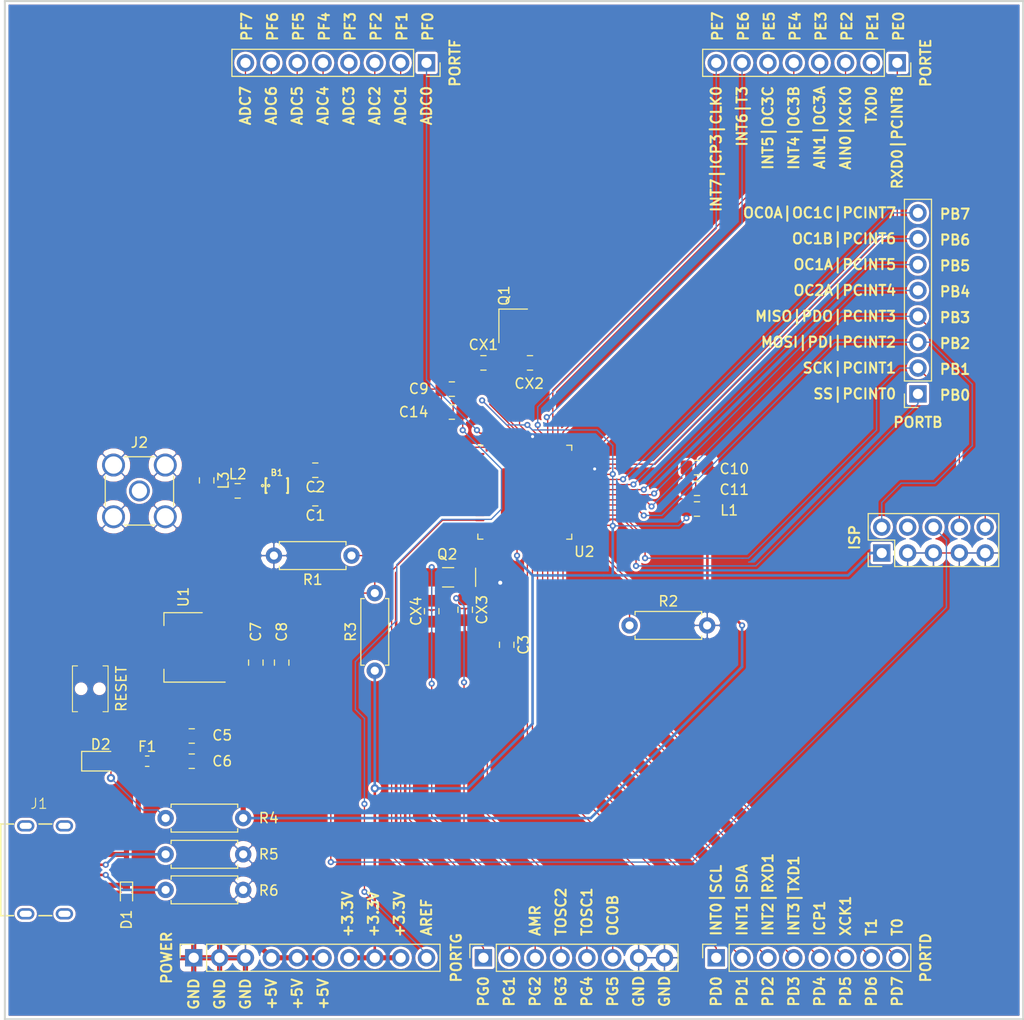
<source format=kicad_pcb>
(kicad_pcb (version 20171130) (host pcbnew "(5.0.2)-1")
  (layers (0 F.Cu signal) (31 B.Cu signal) (34 B.Paste user hide) (35 F.Paste user hide) (36 B.SilkS user) (37 F.SilkS user) (38 B.Mask user hide) (39 F.Mask user hide) (44 Edge.Cuts user))
  (net 0 "")
  (net 1 GND)
  (net 2 "Net-(B1-Pad4)")
  (net 3 "Net-(B1-Pad3)")
  (net 4 "Net-(B1-Pad1)")
  (net 5 RF_P)
  (net 6 RF_N)
  (net 7 "Net-(C3-Pad1)")
  (net 8 +5V)
  (net 9 +3V3)
  (net 10 "Net-(C9-Pad1)")
  (net 11 AREF)
  (net 12 XTAL1)
  (net 13 XTAL2)
  (net 14 TOSC1)
  (net 15 TOSC2)
  (net 16 MOSI)
  (net 17 ~RST)
  (net 18 SCK)
  (net 19 MISO)
  (net 20 "Net-(J1-PadSHIE)")
  (net 21 "Net-(PORTB1-Pad1)")
  (net 22 "Net-(PORTB1-Pad5)")
  (net 23 "Net-(PORTB1-Pad6)")
  (net 24 "Net-(PORTB1-Pad7)")
  (net 25 "Net-(PORTB1-Pad8)")
  (net 26 "Net-(PORTD1-Pad1)")
  (net 27 "Net-(PORTD1-Pad2)")
  (net 28 "Net-(PORTD1-Pad3)")
  (net 29 "Net-(PORTD1-Pad4)")
  (net 30 "Net-(PORTD1-Pad5)")
  (net 31 "Net-(PORTD1-Pad6)")
  (net 32 "Net-(PORTD1-Pad7)")
  (net 33 "Net-(PORTD1-Pad8)")
  (net 34 "Net-(PORTE1-Pad8)")
  (net 35 "Net-(PORTE1-Pad7)")
  (net 36 "Net-(PORTE1-Pad6)")
  (net 37 "Net-(PORTE1-Pad5)")
  (net 38 "Net-(PORTE1-Pad4)")
  (net 39 "Net-(PORTE1-Pad3)")
  (net 40 "Net-(PORTE1-Pad2)")
  (net 41 "Net-(PORTE1-Pad1)")
  (net 42 "Net-(PORTF1-Pad8)")
  (net 43 "Net-(PORTF1-Pad7)")
  (net 44 "Net-(PORTF1-Pad6)")
  (net 45 "Net-(PORTF1-Pad5)")
  (net 46 "Net-(PORTF1-Pad4)")
  (net 47 "Net-(PORTF1-Pad3)")
  (net 48 "Net-(PORTF1-Pad2)")
  (net 49 "Net-(PORTF1-Pad1)")
  (net 50 "Net-(PORTG1-Pad1)")
  (net 51 "Net-(PORTG1-Pad2)")
  (net 52 "Net-(PORTG1-Pad3)")
  (net 53 "Net-(PORTG1-Pad6)")
  (net 54 "Net-(R1-Pad1)")
  (net 55 "Net-(R2-Pad1)")
  (net 56 "Net-(U2-Pad65)")
  (net 57 "Net-(U2-Pad13)")
  (net 58 +VDC)
  (net 59 "Net-(C7-Pad1)")
  (net 60 "Net-(D2-Pad2)")
  (net 61 "Net-(J1-PadCC2)")
  (net 62 "Net-(J1-PadCC1)")
  (net 63 "Net-(J2-Pad1)")
  (net 64 "Net-(ISP1-Pad4)")
  (module Package_TO_SOT_SMD:SOT-223-3_TabPin2 (layer F.Cu) (at 65.532 125.476 180)
    (fp_text reference U1 (at 0 4.953 90) (layer F.SilkS))
    (fp_text value AMS1117-3.3)
    (pad 1 smd rect (at -3.15 -2.3 180) (size 2 1.5) (layers F.Cu F.Paste F.Mask) (net 1 GND))
    (pad 3 smd rect (at -3.15 2.3 180) (size 2 1.5) (layers F.Cu F.Paste F.Mask) (net 58 +VDC))
    (pad 2 smd rect (at -3.15 0 180) (size 2 1.5) (layers F.Cu F.Paste F.Mask) (net 59 "Net-(C7-Pad1)"))
    (pad 2 smd rect (at 3.15 0 180) (size 2 3.8) (layers F.Cu F.Paste F.Mask) (net 59 "Net-(C7-Pad1)"))
  )
  (module Connector_PinSocket_2.54mm:PinSocket_1x08_P2.54mm_Vertical (layer F.Cu) (at 137.668 100.584 180)
    (fp_text reference PORTB1 hide)
    (fp_text value Conn_01x08)
    (pad 8 thru_hole oval (at 0 17.78 180) (size 1.7 1.7) (drill 1) (layers *.Cu *.Mask) (net 25 "Net-(PORTB1-Pad8)"))
    (pad 7 thru_hole oval (at 0 15.24 180) (size 1.7 1.7) (drill 1) (layers *.Cu *.Mask) (net 24 "Net-(PORTB1-Pad7)"))
    (pad 6 thru_hole oval (at 0 12.7 180) (size 1.7 1.7) (drill 1) (layers *.Cu *.Mask) (net 23 "Net-(PORTB1-Pad6)"))
    (pad 5 thru_hole oval (at 0 10.16 180) (size 1.7 1.7) (drill 1) (layers *.Cu *.Mask) (net 22 "Net-(PORTB1-Pad5)"))
    (pad 4 thru_hole oval (at 0 7.62 180) (size 1.7 1.7) (drill 1) (layers *.Cu *.Mask) (net 19 MISO))
    (pad 3 thru_hole oval (at 0 5.08 180) (size 1.7 1.7) (drill 1) (layers *.Cu *.Mask) (net 16 MOSI))
    (pad 2 thru_hole oval (at 0 2.54 180) (size 1.7 1.7) (drill 1) (layers *.Cu *.Mask) (net 18 SCK))
    (pad 1 thru_hole rect (at 0 0 180) (size 1.7 1.7) (drill 1) (layers *.Cu *.Mask) (net 21 "Net-(PORTB1-Pad1)"))
  )
  (module Connector_PinHeader_2.54mm:PinHeader_2x05_P2.54mm_Vertical (layer F.Cu) (at 134.112 116.205 90)
    (fp_text reference ISP1 hide)
    (fp_text value Conn_02x05_Odd_Even)
    (pad 10 thru_hole oval (at 2.54 10.16 90) (size 1.7 1.7) (drill 1) (layers *.Cu *.Mask) (net 19 MISO))
    (pad 9 thru_hole oval (at 0 10.16 90) (size 1.7 1.7) (drill 1) (layers *.Cu *.Mask) (net 1 GND))
    (pad 8 thru_hole oval (at 2.54 7.62 90) (size 1.7 1.7) (drill 1) (layers *.Cu *.Mask) (net 18 SCK))
    (pad 7 thru_hole oval (at 0 7.62 90) (size 1.7 1.7) (drill 1) (layers *.Cu *.Mask) (net 1 GND))
    (pad 6 thru_hole oval (at 2.54 5.08 90) (size 1.7 1.7) (drill 1) (layers *.Cu *.Mask) (net 17 ~RST))
    (pad 5 thru_hole oval (at 0 5.08 90) (size 1.7 1.7) (drill 1) (layers *.Cu *.Mask) (net 1 GND))
    (pad 4 thru_hole oval (at 2.54 2.54 90) (size 1.7 1.7) (drill 1) (layers *.Cu *.Mask) (net 64 "Net-(ISP1-Pad4)"))
    (pad 3 thru_hole oval (at 0 2.54 90) (size 1.7 1.7) (drill 1) (layers *.Cu *.Mask) (net 1 GND))
    (pad 2 thru_hole oval (at 2.54 0 90) (size 1.7 1.7) (drill 1) (layers *.Cu *.Mask) (net 16 MOSI))
    (pad 1 thru_hole rect (at 0 0 90) (size 1.7 1.7) (drill 1) (layers *.Cu *.Mask) (net 9 +3V3))
  )
  (module Connector_PinSocket_2.54mm:PinSocket_1x10_P2.54mm_Vertical (layer F.Cu) (at 66.548 155.956 90)
    (fp_text reference POWER1 hide)
    (fp_text value Conn_01x10)
    (pad 10 thru_hole oval (at 0 22.86 90) (size 1.7 1.7) (drill 1) (layers *.Cu *.Mask) (net 11 AREF))
    (pad 9 thru_hole oval (at 0 20.32 90) (size 1.7 1.7) (drill 1) (layers *.Cu *.Mask) (net 9 +3V3))
    (pad 8 thru_hole oval (at 0 17.78 90) (size 1.7 1.7) (drill 1) (layers *.Cu *.Mask) (net 9 +3V3))
    (pad 7 thru_hole oval (at 0 15.24 90) (size 1.7 1.7) (drill 1) (layers *.Cu *.Mask) (net 9 +3V3))
    (pad 6 thru_hole oval (at 0 12.7 90) (size 1.7 1.7) (drill 1) (layers *.Cu *.Mask) (net 58 +VDC))
    (pad 5 thru_hole oval (at 0 10.16 90) (size 1.7 1.7) (drill 1) (layers *.Cu *.Mask) (net 58 +VDC))
    (pad 4 thru_hole oval (at 0 7.62 90) (size 1.7 1.7) (drill 1) (layers *.Cu *.Mask) (net 58 +VDC))
    (pad 3 thru_hole oval (at 0 5.08 90) (size 1.7 1.7) (drill 1) (layers *.Cu *.Mask) (net 1 GND))
    (pad 2 thru_hole oval (at 0 2.54 90) (size 1.7 1.7) (drill 1) (layers *.Cu *.Mask) (net 1 GND))
    (pad 1 thru_hole rect (at 0 0 90) (size 1.7 1.7) (drill 1) (layers *.Cu *.Mask) (net 1 GND))
  )
  (module Resistor_THT:R_Axial_DIN0207_L6.3mm_D2.5mm_P7.62mm_Horizontal (layer F.Cu) (at 71.406077 145.796 180)
    (fp_text reference R5 (at -2.507923 0 180) (layer F.SilkS))
    (fp_text value 5.1k)
    (pad 2 thru_hole oval (at 7.62 0 180) (size 1.6 1.6) (drill 0.8) (layers *.Cu *.Mask) (net 62 "Net-(J1-PadCC1)"))
    (pad 1 thru_hole circle (at 0 0 180) (size 1.6 1.6) (drill 0.8) (layers *.Cu *.Mask) (net 1 GND))
  )
  (module Package_DFN_QFN:QFN-64-1EP_9x9mm_P0.5mm_EP4.7x4.7mm (layer F.Cu) (at 99.06 110.236)
    (fp_text reference U2 (at 5.842 5.842) (layer F.SilkS))
    (fp_text value ATmega256RFR2)
    (pad 64 smd roundrect (at -3.75 -4.4125) (size 0.2 0.875) (layers F.Cu F.Paste F.Mask) (net 48 "Net-(PORTF1-Pad2)"))
    (pad 63 smd roundrect (at -3.25 -4.4125) (size 0.2 0.875) (layers F.Cu F.Paste F.Mask) (net 49 "Net-(PORTF1-Pad1)"))
    (pad 62 smd roundrect (at -2.75 -4.4125) (size 0.2 0.875) (layers F.Cu F.Paste F.Mask) (net 11 AREF))
    (pad 61 smd roundrect (at -2.25 -4.4125) (size 0.2 0.875) (layers F.Cu F.Paste F.Mask) (net 1 GND))
    (pad 60 smd roundrect (at -1.75 -4.4125) (size 0.2 0.875) (layers F.Cu F.Paste F.Mask) (net 10 "Net-(C9-Pad1)"))
    (pad 59 smd roundrect (at -1.25 -4.4125) (size 0.2 0.875) (layers F.Cu F.Paste F.Mask) (net 9 +3V3))
    (pad 58 smd roundrect (at -0.75 -4.4125) (size 0.2 0.875) (layers F.Cu F.Paste F.Mask) (net 1 GND))
    (pad 57 smd roundrect (at -0.25 -4.4125) (size 0.2 0.875) (layers F.Cu F.Paste F.Mask) (net 12 XTAL1))
    (pad 56 smd roundrect (at 0.25 -4.4125) (size 0.2 0.875) (layers F.Cu F.Paste F.Mask) (net 13 XTAL2))
    (pad 55 smd roundrect (at 0.75 -4.4125) (size 0.2 0.875) (layers F.Cu F.Paste F.Mask) (net 1 GND))
    (pad 54 smd roundrect (at 1.25 -4.4125) (size 0.2 0.875) (layers F.Cu F.Paste F.Mask) (net 9 +3V3))
    (pad 53 smd roundrect (at 1.75 -4.4125) (size 0.2 0.875) (layers F.Cu F.Paste F.Mask) (net 34 "Net-(PORTE1-Pad8)"))
    (pad 52 smd roundrect (at 2.25 -4.4125) (size 0.2 0.875) (layers F.Cu F.Paste F.Mask) (net 35 "Net-(PORTE1-Pad7)"))
    (pad 51 smd roundrect (at 2.75 -4.4125) (size 0.2 0.875) (layers F.Cu F.Paste F.Mask) (net 36 "Net-(PORTE1-Pad6)"))
    (pad 50 smd roundrect (at 3.25 -4.4125) (size 0.2 0.875) (layers F.Cu F.Paste F.Mask) (net 37 "Net-(PORTE1-Pad5)"))
    (pad 49 smd roundrect (at 3.75 -4.4125) (size 0.2 0.875) (layers F.Cu F.Paste F.Mask) (net 38 "Net-(PORTE1-Pad4)"))
    (pad 48 smd roundrect (at 4.4125 -3.75) (size 0.875 0.2) (layers F.Cu F.Paste F.Mask) (net 39 "Net-(PORTE1-Pad3)"))
    (pad 47 smd roundrect (at 4.4125 -3.25) (size 0.875 0.2) (layers F.Cu F.Paste F.Mask) (net 40 "Net-(PORTE1-Pad2)"))
    (pad 46 smd roundrect (at 4.4125 -2.75) (size 0.875 0.2) (layers F.Cu F.Paste F.Mask) (net 41 "Net-(PORTE1-Pad1)"))
    (pad 45 smd roundrect (at 4.4125 -2.25) (size 0.875 0.2) (layers F.Cu F.Paste F.Mask) (net 1 GND))
    (pad 44 smd roundrect (at 4.4125 -1.75) (size 0.875 0.2) (layers F.Cu F.Paste F.Mask) (net 9 +3V3))
    (pad 43 smd roundrect (at 4.4125 -1.25) (size 0.875 0.2) (layers F.Cu F.Paste F.Mask) (net 25 "Net-(PORTB1-Pad8)"))
    (pad 42 smd roundrect (at 4.4125 -0.75) (size 0.875 0.2) (layers F.Cu F.Paste F.Mask) (net 24 "Net-(PORTB1-Pad7)"))
    (pad 41 smd roundrect (at 4.4125 -0.25) (size 0.875 0.2) (layers F.Cu F.Paste F.Mask) (net 23 "Net-(PORTB1-Pad6)"))
    (pad 40 smd roundrect (at 4.4125 0.25) (size 0.875 0.2) (layers F.Cu F.Paste F.Mask) (net 22 "Net-(PORTB1-Pad5)"))
    (pad 39 smd roundrect (at 4.4125 0.75) (size 0.875 0.2) (layers F.Cu F.Paste F.Mask) (net 19 MISO))
    (pad 38 smd roundrect (at 4.4125 1.25) (size 0.875 0.2) (layers F.Cu F.Paste F.Mask) (net 16 MOSI))
    (pad 37 smd roundrect (at 4.4125 1.75) (size 0.875 0.2) (layers F.Cu F.Paste F.Mask) (net 18 SCK))
    (pad 36 smd roundrect (at 4.4125 2.25) (size 0.875 0.2) (layers F.Cu F.Paste F.Mask) (net 21 "Net-(PORTB1-Pad1)"))
    (pad 35 smd roundrect (at 4.4125 2.75) (size 0.875 0.2) (layers F.Cu F.Paste F.Mask) (net 1 GND))
    (pad 34 smd roundrect (at 4.4125 3.25) (size 0.875 0.2) (layers F.Cu F.Paste F.Mask) (net 9 +3V3))
    (pad 33 smd roundrect (at 4.4125 3.75) (size 0.875 0.2) (layers F.Cu F.Paste F.Mask) (net 55 "Net-(R2-Pad1)"))
    (pad 32 smd roundrect (at 3.75 4.4125) (size 0.2 0.875) (layers F.Cu F.Paste F.Mask) (net 33 "Net-(PORTD1-Pad8)"))
    (pad 31 smd roundrect (at 3.25 4.4125) (size 0.2 0.875) (layers F.Cu F.Paste F.Mask) (net 32 "Net-(PORTD1-Pad7)"))
    (pad 30 smd roundrect (at 2.75 4.4125) (size 0.2 0.875) (layers F.Cu F.Paste F.Mask) (net 31 "Net-(PORTD1-Pad6)"))
    (pad 29 smd roundrect (at 2.25 4.4125) (size 0.2 0.875) (layers F.Cu F.Paste F.Mask) (net 30 "Net-(PORTD1-Pad5)"))
    (pad 28 smd roundrect (at 1.75 4.4125) (size 0.2 0.875) (layers F.Cu F.Paste F.Mask) (net 29 "Net-(PORTD1-Pad4)"))
    (pad 27 smd roundrect (at 1.25 4.4125) (size 0.2 0.875) (layers F.Cu F.Paste F.Mask) (net 28 "Net-(PORTD1-Pad3)"))
    (pad 26 smd roundrect (at 0.75 4.4125) (size 0.2 0.875) (layers F.Cu F.Paste F.Mask) (net 27 "Net-(PORTD1-Pad2)"))
    (pad 25 smd roundrect (at 0.25 4.4125) (size 0.2 0.875) (layers F.Cu F.Paste F.Mask) (net 26 "Net-(PORTD1-Pad1)"))
    (pad 24 smd roundrect (at -0.25 4.4125) (size 0.2 0.875) (layers F.Cu F.Paste F.Mask) (net 1 GND))
    (pad 23 smd roundrect (at -0.75 4.4125) (size 0.2 0.875) (layers F.Cu F.Paste F.Mask) (net 9 +3V3))
    (pad 22 smd roundrect (at -1.25 4.4125) (size 0.2 0.875) (layers F.Cu F.Paste F.Mask) (net 7 "Net-(C3-Pad1)"))
    (pad 21 smd roundrect (at -1.75 4.4125) (size 0.2 0.875) (layers F.Cu F.Paste F.Mask) (net 7 "Net-(C3-Pad1)"))
    (pad 20 smd roundrect (at -2.25 4.4125) (size 0.2 0.875) (layers F.Cu F.Paste F.Mask) (net 1 GND))
    (pad 19 smd roundrect (at -2.75 4.4125) (size 0.2 0.875) (layers F.Cu F.Paste F.Mask) (net 53 "Net-(PORTG1-Pad6)"))
    (pad 18 smd roundrect (at -3.25 4.4125) (size 0.2 0.875) (layers F.Cu F.Paste F.Mask) (net 14 TOSC1))
    (pad 17 smd roundrect (at -3.75 4.4125) (size 0.2 0.875) (layers F.Cu F.Paste F.Mask) (net 15 TOSC2))
    (pad 16 smd roundrect (at -4.4125 3.75) (size 0.875 0.2) (layers F.Cu F.Paste F.Mask) (net 52 "Net-(PORTG1-Pad3)"))
    (pad 15 smd roundrect (at -4.4125 3.25) (size 0.875 0.2) (layers F.Cu F.Paste F.Mask) (net 51 "Net-(PORTG1-Pad2)"))
    (pad 14 smd roundrect (at -4.4125 2.75) (size 0.875 0.2) (layers F.Cu F.Paste F.Mask) (net 50 "Net-(PORTG1-Pad1)"))
    (pad 13 smd roundrect (at -4.4125 2.25) (size 0.875 0.2) (layers F.Cu F.Paste F.Mask) (net 57 "Net-(U2-Pad13)"))
    (pad 12 smd roundrect (at -4.4125 1.75) (size 0.875 0.2) (layers F.Cu F.Paste F.Mask) (net 17 ~RST))
    (pad 11 smd roundrect (at -4.4125 1.25) (size 0.875 0.2) (layers F.Cu F.Paste F.Mask) (net 54 "Net-(R1-Pad1)"))
    (pad 10 smd roundrect (at -4.4125 0.75) (size 0.875 0.2) (layers F.Cu F.Paste F.Mask) (net 1 GND))
    (pad 9 smd roundrect (at -4.4125 0.25) (size 0.875 0.2) (layers F.Cu F.Paste F.Mask) (net 6 RF_N))
    (pad 8 smd roundrect (at -4.4125 -0.25) (size 0.875 0.2) (layers F.Cu F.Paste F.Mask) (net 5 RF_P))
    (pad 7 smd roundrect (at -4.4125 -0.75) (size 0.875 0.2) (layers F.Cu F.Paste F.Mask) (net 1 GND))
    (pad 6 smd roundrect (at -4.4125 -1.25) (size 0.875 0.2) (layers F.Cu F.Paste F.Mask) (net 42 "Net-(PORTF1-Pad8)"))
    (pad 5 smd roundrect (at -4.4125 -1.75) (size 0.875 0.2) (layers F.Cu F.Paste F.Mask) (net 43 "Net-(PORTF1-Pad7)"))
    (pad 4 smd roundrect (at -4.4125 -2.25) (size 0.875 0.2) (layers F.Cu F.Paste F.Mask) (net 44 "Net-(PORTF1-Pad6)"))
    (pad 3 smd roundrect (at -4.4125 -2.75) (size 0.875 0.2) (layers F.Cu F.Paste F.Mask) (net 45 "Net-(PORTF1-Pad5)"))
    (pad 2 smd roundrect (at -4.4125 -3.25) (size 0.875 0.2) (layers F.Cu F.Paste F.Mask) (net 46 "Net-(PORTF1-Pad4)"))
    (pad 1 smd roundrect (at -4.4125 -3.75) (size 0.875 0.2) (layers F.Cu F.Paste F.Mask) (net 47 "Net-(PORTF1-Pad3)"))
    (pad 65 smd roundrect (at 0 0) (size 4.7 4.7) (layers F.Cu F.Mask) (roundrect_rratio 0.053191) (net 56 "Net-(U2-Pad65)"))
  )
  (module Connector_Coaxial:SMA_Amphenol_132134-11_Vertical (layer F.Cu) (at 61.214 110.109)
    (fp_text reference J2 (at 0 -4.75) (layer F.SilkS))
    (fp_text value Conn_Coaxial)
    (pad 2 thru_hole circle (at -2.54 2.54) (size 2.25 2.25) (drill 1.7) (layers *.Cu *.Mask) (net 1 GND))
    (pad 2 thru_hole circle (at -2.54 -2.54) (size 2.25 2.25) (drill 1.7) (layers *.Cu *.Mask) (net 1 GND))
    (pad 2 thru_hole circle (at 2.54 -2.54) (size 2.25 2.25) (drill 1.7) (layers *.Cu *.Mask) (net 1 GND))
    (pad 2 thru_hole circle (at 2.54 2.54) (size 2.25 2.25) (drill 1.7) (layers *.Cu *.Mask) (net 1 GND))
    (pad 1 thru_hole circle (at 0 0) (size 2.05 2.05) (drill 1.5) (layers *.Cu *.Mask) (net 63 "Net-(J2-Pad1)"))
  )
  (module LED_SMD:LED_0805_2012Metric_Pad1.15x1.40mm_HandSolder (layer F.Cu) (at 57.404 136.652)
    (fp_text reference D2 (at 0 -1.65) (layer F.SilkS))
    (fp_text value E6C0603URAC1UDA)
    (pad 2 smd roundrect (at 1.025 0) (size 1.15 1.4) (layers F.Cu F.Paste F.Mask) (roundrect_rratio 0.217391) (net 60 "Net-(D2-Pad2)"))
    (pad 1 smd roundrect (at -1.025 0) (size 1.15 1.4) (layers F.Cu F.Paste F.Mask) (roundrect_rratio 0.217391) (net 1 GND))
  )
  (module RFR2:K2-1807SA-B4DW-06 (layer F.Cu) (at 56.388 129.54 270)
    (fp_text reference SW1 hide)
    (fp_text value K2-1807SA-B4DW-06 hide)
    (pad "" np_thru_hole circle (at 0 0.9 270) (size 0.75 0.75) (drill 0.75) (layers *.Cu *.Mask))
    (pad "" np_thru_hole circle (at 0 -0.9 270) (size 0.75 0.75) (drill 0.75) (layers *.Cu *.Mask))
    (pad 2 smd rect (at 2.075 0 270) (size 1.35 1.8) (layers F.Cu F.Paste F.Mask) (net 1 GND))
    (pad 1 smd rect (at -2.075 0 270) (size 1.35 1.8) (layers F.Cu F.Paste F.Mask) (net 17 ~RST))
  )
  (module Resistor_THT:R_Axial_DIN0207_L6.3mm_D2.5mm_P7.62mm_Horizontal (layer F.Cu) (at 71.406077 149.288095 180)
    (fp_text reference R6 (at -2.507923 -0.063905 180) (layer F.SilkS))
    (fp_text value 5.1k)
    (pad 2 thru_hole oval (at 7.62 0 180) (size 1.6 1.6) (drill 0.8) (layers *.Cu *.Mask) (net 61 "Net-(J1-PadCC2)"))
    (pad 1 thru_hole circle (at 0 0 180) (size 1.6 1.6) (drill 0.8) (layers *.Cu *.Mask) (net 1 GND))
  )
  (module Resistor_THT:R_Axial_DIN0207_L6.3mm_D2.5mm_P7.62mm_Horizontal (layer F.Cu) (at 71.406077 142.24 180)
    (fp_text reference R4 (at -2.507923 0 180) (layer F.SilkS))
    (fp_text value 56R)
    (pad 2 thru_hole oval (at 7.62 0 180) (size 1.6 1.6) (drill 0.8) (layers *.Cu *.Mask) (net 60 "Net-(D2-Pad2)"))
    (pad 1 thru_hole circle (at 0 0 180) (size 1.6 1.6) (drill 0.8) (layers *.Cu *.Mask) (net 59 "Net-(C7-Pad1)"))
  )
  (module Connector_PinSocket_2.54mm:PinSocket_1x08_P2.54mm_Vertical (layer F.Cu) (at 94.996 155.956 90)
    (fp_text reference PORTG1 hide)
    (fp_text value Conn_01x08)
    (pad 8 thru_hole oval (at 0 17.78 90) (size 1.7 1.7) (drill 1) (layers *.Cu *.Mask) (net 1 GND))
    (pad 7 thru_hole oval (at 0 15.24 90) (size 1.7 1.7) (drill 1) (layers *.Cu *.Mask) (net 1 GND))
    (pad 6 thru_hole oval (at 0 12.7 90) (size 1.7 1.7) (drill 1) (layers *.Cu *.Mask) (net 53 "Net-(PORTG1-Pad6)"))
    (pad 5 thru_hole oval (at 0 10.16 90) (size 1.7 1.7) (drill 1) (layers *.Cu *.Mask) (net 14 TOSC1))
    (pad 4 thru_hole oval (at 0 7.62 90) (size 1.7 1.7) (drill 1) (layers *.Cu *.Mask) (net 15 TOSC2))
    (pad 3 thru_hole oval (at 0 5.08 90) (size 1.7 1.7) (drill 1) (layers *.Cu *.Mask) (net 52 "Net-(PORTG1-Pad3)"))
    (pad 2 thru_hole oval (at 0 2.54 90) (size 1.7 1.7) (drill 1) (layers *.Cu *.Mask) (net 51 "Net-(PORTG1-Pad2)"))
    (pad 1 thru_hole rect (at 0 0 90) (size 1.7 1.7) (drill 1) (layers *.Cu *.Mask) (net 50 "Net-(PORTG1-Pad1)"))
  )
  (module Connector_PinSocket_2.54mm:PinSocket_1x08_P2.54mm_Vertical (layer F.Cu) (at 117.856 155.956 90)
    (fp_text reference PORTD1 hide)
    (fp_text value Conn_01x08)
    (pad 8 thru_hole oval (at 0 17.78 90) (size 1.7 1.7) (drill 1) (layers *.Cu *.Mask) (net 33 "Net-(PORTD1-Pad8)"))
    (pad 7 thru_hole oval (at 0 15.24 90) (size 1.7 1.7) (drill 1) (layers *.Cu *.Mask) (net 32 "Net-(PORTD1-Pad7)"))
    (pad 6 thru_hole oval (at 0 12.7 90) (size 1.7 1.7) (drill 1) (layers *.Cu *.Mask) (net 31 "Net-(PORTD1-Pad6)"))
    (pad 5 thru_hole oval (at 0 10.16 90) (size 1.7 1.7) (drill 1) (layers *.Cu *.Mask) (net 30 "Net-(PORTD1-Pad5)"))
    (pad 4 thru_hole oval (at 0 7.62 90) (size 1.7 1.7) (drill 1) (layers *.Cu *.Mask) (net 29 "Net-(PORTD1-Pad4)"))
    (pad 3 thru_hole oval (at 0 5.08 90) (size 1.7 1.7) (drill 1) (layers *.Cu *.Mask) (net 28 "Net-(PORTD1-Pad3)"))
    (pad 2 thru_hole oval (at 0 2.54 90) (size 1.7 1.7) (drill 1) (layers *.Cu *.Mask) (net 27 "Net-(PORTD1-Pad2)"))
    (pad 1 thru_hole rect (at 0 0 90) (size 1.7 1.7) (drill 1) (layers *.Cu *.Mask) (net 26 "Net-(PORTD1-Pad1)"))
  )
  (module Connector_PinSocket_2.54mm:PinSocket_1x08_P2.54mm_Vertical (layer F.Cu) (at 89.408 68.072 270)
    (fp_text reference PORTF1 hide)
    (fp_text value Conn_01x08)
    (pad 8 thru_hole oval (at 0 17.78 270) (size 1.7 1.7) (drill 1) (layers *.Cu *.Mask) (net 42 "Net-(PORTF1-Pad8)"))
    (pad 7 thru_hole oval (at 0 15.24 270) (size 1.7 1.7) (drill 1) (layers *.Cu *.Mask) (net 43 "Net-(PORTF1-Pad7)"))
    (pad 6 thru_hole oval (at 0 12.7 270) (size 1.7 1.7) (drill 1) (layers *.Cu *.Mask) (net 44 "Net-(PORTF1-Pad6)"))
    (pad 5 thru_hole oval (at 0 10.16 270) (size 1.7 1.7) (drill 1) (layers *.Cu *.Mask) (net 45 "Net-(PORTF1-Pad5)"))
    (pad 4 thru_hole oval (at 0 7.62 270) (size 1.7 1.7) (drill 1) (layers *.Cu *.Mask) (net 46 "Net-(PORTF1-Pad4)"))
    (pad 3 thru_hole oval (at 0 5.08 270) (size 1.7 1.7) (drill 1) (layers *.Cu *.Mask) (net 47 "Net-(PORTF1-Pad3)"))
    (pad 2 thru_hole oval (at 0 2.54 270) (size 1.7 1.7) (drill 1) (layers *.Cu *.Mask) (net 48 "Net-(PORTF1-Pad2)"))
    (pad 1 thru_hole rect (at 0 0 270) (size 1.7 1.7) (drill 1) (layers *.Cu *.Mask) (net 49 "Net-(PORTF1-Pad1)"))
  )
  (module Connector_PinSocket_2.54mm:PinSocket_1x08_P2.54mm_Vertical (layer F.Cu) (at 135.636 68.072 270)
    (fp_text reference PORTE1 hide)
    (fp_text value Conn_01x08)
    (pad 8 thru_hole oval (at 0 17.78 270) (size 1.7 1.7) (drill 1) (layers *.Cu *.Mask) (net 34 "Net-(PORTE1-Pad8)"))
    (pad 7 thru_hole oval (at 0 15.24 270) (size 1.7 1.7) (drill 1) (layers *.Cu *.Mask) (net 35 "Net-(PORTE1-Pad7)"))
    (pad 6 thru_hole oval (at 0 12.7 270) (size 1.7 1.7) (drill 1) (layers *.Cu *.Mask) (net 36 "Net-(PORTE1-Pad6)"))
    (pad 5 thru_hole oval (at 0 10.16 270) (size 1.7 1.7) (drill 1) (layers *.Cu *.Mask) (net 37 "Net-(PORTE1-Pad5)"))
    (pad 4 thru_hole oval (at 0 7.62 270) (size 1.7 1.7) (drill 1) (layers *.Cu *.Mask) (net 38 "Net-(PORTE1-Pad4)"))
    (pad 3 thru_hole oval (at 0 5.08 270) (size 1.7 1.7) (drill 1) (layers *.Cu *.Mask) (net 39 "Net-(PORTE1-Pad3)"))
    (pad 2 thru_hole oval (at 0 2.54 270) (size 1.7 1.7) (drill 1) (layers *.Cu *.Mask) (net 40 "Net-(PORTE1-Pad2)"))
    (pad 1 thru_hole rect (at 0 0 270) (size 1.7 1.7) (drill 1) (layers *.Cu *.Mask) (net 41 "Net-(PORTE1-Pad1)"))
  )
  (module Crystal:Crystal_SMD_2520-4Pin_2.5x2.0mm (layer F.Cu) (at 97.917 93.900542 270)
    (fp_text reference Q1 (at -2.968542 0.889 270) (layer F.SilkS))
    (fp_text value 16M)
    (pad 4 smd rect (at -0.875 -0.7 270) (size 1.15 1) (layers F.Cu F.Paste F.Mask) (net 1 GND))
    (pad 3 smd rect (at 0.875 -0.7 270) (size 1.15 1) (layers F.Cu F.Paste F.Mask) (net 13 XTAL2))
    (pad 2 smd rect (at 0.875 0.7 270) (size 1.15 1) (layers F.Cu F.Paste F.Mask) (net 1 GND))
    (pad 1 smd rect (at -0.875 0.7 270) (size 1.15 1) (layers F.Cu F.Paste F.Mask) (net 12 XTAL1))
  )
  (module Crystal:Crystal_SMD_EuroQuartz_EQ161-2Pin_3.2x1.5mm_HandSoldering (layer F.Cu) (at 91.529114 118.593331 180)
    (fp_text reference Q2 (at 0.089114 2.261331 180) (layer F.SilkS))
    (fp_text value 32.768k)
    (pad 2 smd rect (at 1.625 0 180) (size 1.75 1.8) (layers F.Cu F.Paste F.Mask) (net 15 TOSC2))
    (pad 1 smd rect (at -1.625 0 180) (size 1.75 1.8) (layers F.Cu F.Paste F.Mask) (net 14 TOSC1))
  )
  (module Diode_SMD:D_SOD-523 (layer F.Cu) (at 59.944 149.668 270)
    (fp_text reference D1 (at 2.54 0 270) (layer F.SilkS))
    (fp_text value CESD5V0D5)
    (pad 1 smd rect (at -0.7 0 90) (size 0.6 0.7) (layers F.Cu F.Paste F.Mask) (net 8 +5V))
    (pad 2 smd rect (at 0.7 0 90) (size 0.6 0.7) (layers F.Cu F.Paste F.Mask) (net 1 GND))
  )
  (module Fuse:Fuse_0603_1608Metric_Pad1.05x0.95mm_HandSolder (layer F.Cu) (at 61.976 136.652)
    (fp_text reference F1 (at 0 -1.43) (layer F.SilkS))
    (fp_text value MF-FSMF050X-2)
    (pad 2 smd roundrect (at 0.875 0) (size 1.05 0.95) (layers F.Cu F.Paste F.Mask) (net 58 +VDC))
    (pad 1 smd roundrect (at -0.875 0) (size 1.05 0.95) (layers F.Cu F.Paste F.Mask) (net 8 +5V))
  )
  (module RFR2:BALUN-0805 (layer F.Cu) (at 74.703 109.588559)
    (fp_text reference B1 (at 0 -1.27) (layer F.SilkS) (effects (font (size 0.6096 0.6096) (thickness 0.127))))
    (fp_text value 2450BM15A0015E hide)
    (pad 1 smd rect (at -0.6477 0.49276) (size 0.26924 0.39878) (layers F.Cu F.Paste F.Mask) (net 4 "Net-(B1-Pad1)"))
    (pad 2 smd rect (at 0 0.49276) (size 0.26924 0.39878) (layers F.Cu F.Paste F.Mask) (net 1 GND))
    (pad 3 smd rect (at 0.6477 0.49276) (size 0.26924 0.39878) (layers F.Cu F.Paste F.Mask) (net 3 "Net-(B1-Pad3)"))
    (pad 4 smd rect (at 0.6477 -0.50292) (size 0.26924 0.39878) (layers F.Cu F.Paste F.Mask) (net 2 "Net-(B1-Pad4)"))
    (pad 5 smd rect (at 0 -0.50292) (size 0.26924 0.39878) (layers F.Cu F.Paste F.Mask) (net 1 GND))
    (pad 6 smd rect (at -0.6477 -0.50292) (size 0.26924 0.39878) (layers F.Cu F.Paste F.Mask))
  )
  (module Capacitor_SMD:C_0805_2012Metric_Pad1.15x1.40mm_HandSolder (layer F.Cu) (at 78.486 110.871 180)
    (fp_text reference C1 (at 0 -1.65 180) (layer F.SilkS))
    (fp_text value 22p)
    (pad 2 smd roundrect (at 1.025 0 180) (size 1.15 1.4) (layers F.Cu F.Paste F.Mask) (roundrect_rratio 0.217391) (net 3 "Net-(B1-Pad3)"))
    (pad 1 smd roundrect (at -1.025 0 180) (size 1.15 1.4) (layers F.Cu F.Paste F.Mask) (roundrect_rratio 0.217391) (net 6 RF_N))
  )
  (module Capacitor_SMD:C_0805_2012Metric_Pad1.15x1.40mm_HandSolder (layer F.Cu) (at 78.486 108.077 180)
    (fp_text reference C2 (at 0 -1.65 180) (layer F.SilkS))
    (fp_text value 22p)
    (pad 2 smd roundrect (at 1.025 0 180) (size 1.15 1.4) (layers F.Cu F.Paste F.Mask) (roundrect_rratio 0.217391) (net 2 "Net-(B1-Pad4)"))
    (pad 1 smd roundrect (at -1.025 0 180) (size 1.15 1.4) (layers F.Cu F.Paste F.Mask) (roundrect_rratio 0.217391) (net 5 RF_P))
  )
  (module Capacitor_SMD:C_0805_2012Metric_Pad1.15x1.40mm_HandSolder (layer F.Cu) (at 97.282 125.222 270)
    (fp_text reference C3 (at 0 -1.65 270) (layer F.SilkS))
    (fp_text value 1u)
    (pad 2 smd roundrect (at 1.025 0 270) (size 1.15 1.4) (layers F.Cu F.Paste F.Mask) (roundrect_rratio 0.217391) (net 1 GND))
    (pad 1 smd roundrect (at -1.025 0 270) (size 1.15 1.4) (layers F.Cu F.Paste F.Mask) (roundrect_rratio 0.217391) (net 7 "Net-(C3-Pad1)"))
  )
  (module Capacitor_SMD:C_0805_2012Metric_Pad1.15x1.40mm_HandSolder (layer F.Cu) (at 66.351922 134.177082)
    (fp_text reference C5 (at 2.990078 -0.065082) (layer F.SilkS))
    (fp_text value 4.7u)
    (pad 2 smd roundrect (at 1.025 0) (size 1.15 1.4) (layers F.Cu F.Paste F.Mask) (roundrect_rratio 0.217391) (net 1 GND))
    (pad 1 smd roundrect (at -1.025 0) (size 1.15 1.4) (layers F.Cu F.Paste F.Mask) (roundrect_rratio 0.217391) (net 58 +VDC))
  )
  (module Capacitor_SMD:C_0805_2012Metric_Pad1.15x1.40mm_HandSolder (layer F.Cu) (at 66.351922 136.652)
    (fp_text reference C6 (at 2.990078 0) (layer F.SilkS))
    (fp_text value 100n)
    (pad 2 smd roundrect (at 1.025 0) (size 1.15 1.4) (layers F.Cu F.Paste F.Mask) (roundrect_rratio 0.217391) (net 1 GND))
    (pad 1 smd roundrect (at -1.025 0) (size 1.15 1.4) (layers F.Cu F.Paste F.Mask) (roundrect_rratio 0.217391) (net 58 +VDC))
  )
  (module Capacitor_SMD:C_0805_2012Metric_Pad1.15x1.40mm_HandSolder (layer F.Cu) (at 72.6444 126.970186 270)
    (fp_text reference C7 (at -3.018186 0.0004 270) (layer F.SilkS))
    (fp_text value 4.7u)
    (pad 2 smd roundrect (at 1.025 0 270) (size 1.15 1.4) (layers F.Cu F.Paste F.Mask) (roundrect_rratio 0.217391) (net 1 GND))
    (pad 1 smd roundrect (at -1.025 0 270) (size 1.15 1.4) (layers F.Cu F.Paste F.Mask) (roundrect_rratio 0.217391) (net 59 "Net-(C7-Pad1)"))
  )
  (module Capacitor_SMD:C_0805_2012Metric_Pad1.15x1.40mm_HandSolder (layer F.Cu) (at 75.184 126.970186 270)
    (fp_text reference C8 (at -3.018186 0 270) (layer F.SilkS))
    (fp_text value 100n)
    (pad 2 smd roundrect (at 1.025 0 270) (size 1.15 1.4) (layers F.Cu F.Paste F.Mask) (roundrect_rratio 0.217391) (net 1 GND))
    (pad 1 smd roundrect (at -1.025 0 270) (size 1.15 1.4) (layers F.Cu F.Paste F.Mask) (roundrect_rratio 0.217391) (net 59 "Net-(C7-Pad1)"))
  )
  (module Capacitor_SMD:C_0805_2012Metric_Pad1.15x1.40mm_HandSolder (layer F.Cu) (at 91.895634 100.112319 180)
    (fp_text reference C9 (at 3.249634 0.036319 180) (layer F.SilkS))
    (fp_text value 1u)
    (pad 2 smd roundrect (at 1.025 0 180) (size 1.15 1.4) (layers F.Cu F.Paste F.Mask) (roundrect_rratio 0.217391) (net 1 GND))
    (pad 1 smd roundrect (at -1.025 0 180) (size 1.15 1.4) (layers F.Cu F.Paste F.Mask) (roundrect_rratio 0.217391) (net 10 "Net-(C9-Pad1)"))
  )
  (module Capacitor_SMD:C_0805_2012Metric_Pad1.15x1.40mm_HandSolder (layer F.Cu) (at 115.965 107.823)
    (fp_text reference C10 (at 3.669 0.127) (layer F.SilkS))
    (fp_text value 100n)
    (pad 2 smd roundrect (at 1.025 0) (size 1.15 1.4) (layers F.Cu F.Paste F.Mask) (roundrect_rratio 0.217391) (net 1 GND))
    (pad 1 smd roundrect (at -1.025 0) (size 1.15 1.4) (layers F.Cu F.Paste F.Mask) (roundrect_rratio 0.217391) (net 9 +3V3))
  )
  (module Capacitor_SMD:C_0805_2012Metric_Pad1.15x1.40mm_HandSolder (layer F.Cu) (at 115.965 109.855)
    (fp_text reference C11 (at 3.669 0.127) (layer F.SilkS))
    (fp_text value 100n)
    (pad 2 smd roundrect (at 1.025 0) (size 1.15 1.4) (layers F.Cu F.Paste F.Mask) (roundrect_rratio 0.217391) (net 1 GND))
    (pad 1 smd roundrect (at -1.025 0) (size 1.15 1.4) (layers F.Cu F.Paste F.Mask) (roundrect_rratio 0.217391) (net 9 +3V3))
  )
  (module Capacitor_SMD:C_0805_2012Metric_Pad1.15x1.40mm_HandSolder (layer F.Cu) (at 91.895634 102.361593 180)
    (fp_text reference C14 (at 3.757634 -0.000407 180) (layer F.SilkS))
    (fp_text value 100n)
    (pad 2 smd roundrect (at 1.025 0 180) (size 1.15 1.4) (layers F.Cu F.Paste F.Mask) (roundrect_rratio 0.217391) (net 1 GND))
    (pad 1 smd roundrect (at -1.025 0 180) (size 1.15 1.4) (layers F.Cu F.Paste F.Mask) (roundrect_rratio 0.217391) (net 11 AREF))
  )
  (module Capacitor_SMD:C_0805_2012Metric_Pad1.15x1.40mm_HandSolder (layer F.Cu) (at 94.996 97.536 180)
    (fp_text reference CX1 (at 0 1.778 180) (layer F.SilkS))
    (fp_text value 12p)
    (pad 2 smd roundrect (at 1.025 0 180) (size 1.15 1.4) (layers F.Cu F.Paste F.Mask) (roundrect_rratio 0.217391) (net 1 GND))
    (pad 1 smd roundrect (at -1.025 0 180) (size 1.15 1.4) (layers F.Cu F.Paste F.Mask) (roundrect_rratio 0.217391) (net 12 XTAL1))
  )
  (module Capacitor_SMD:C_0805_2012Metric_Pad1.15x1.40mm_HandSolder (layer F.Cu) (at 99.568 97.536)
    (fp_text reference CX2 (at -0.079458 2.032) (layer F.SilkS))
    (fp_text value 12p)
    (pad 2 smd roundrect (at 1.025 0) (size 1.15 1.4) (layers F.Cu F.Paste F.Mask) (roundrect_rratio 0.217391) (net 1 GND))
    (pad 1 smd roundrect (at -1.025 0) (size 1.15 1.4) (layers F.Cu F.Paste F.Mask) (roundrect_rratio 0.217391) (net 13 XTAL2))
  )
  (module Capacitor_SMD:C_0805_2012Metric_Pad1.15x1.40mm_HandSolder (layer F.Cu) (at 93.205121 121.779 270)
    (fp_text reference CX3 (at 0 -1.65 270) (layer F.SilkS))
    (fp_text value 12p)
    (pad 2 smd roundrect (at 1.025 0 270) (size 1.15 1.4) (layers F.Cu F.Paste F.Mask) (roundrect_rratio 0.217391) (net 1 GND))
    (pad 1 smd roundrect (at -1.025 0 270) (size 1.15 1.4) (layers F.Cu F.Paste F.Mask) (roundrect_rratio 0.217391) (net 14 TOSC1))
  )
  (module Capacitor_SMD:C_0805_2012Metric_Pad1.15x1.40mm_HandSolder (layer F.Cu) (at 89.916 121.92 270)
    (fp_text reference CX4 (at 0 1.524 270) (layer F.SilkS))
    (fp_text value 12p)
    (pad 2 smd roundrect (at 1.025 0 270) (size 1.15 1.4) (layers F.Cu F.Paste F.Mask) (roundrect_rratio 0.217391) (net 1 GND))
    (pad 1 smd roundrect (at -1.025 0 270) (size 1.15 1.4) (layers F.Cu F.Paste F.Mask) (roundrect_rratio 0.217391) (net 15 TOSC2))
  )
  (module RFR2:TYPE-C-31-M-17 (layer F.Cu) (at 53.848 147.32 270)
    (fp_text reference J1 (at -6.5 2.5) (layer F.SilkS) (effects (font (thickness 0.1))))
    (fp_text value TYPE-C-31-M-17)
    (pad SHIE smd oval (at -4.32 0 270) (size 1.1 1.7) (layers B.Cu B.Paste B.Mask) (net 20 "Net-(J1-PadSHIE)"))
    (pad SHIE smd oval (at 4.32 0 270) (size 1.1 1.7) (layers B.Cu B.Paste B.Mask) (net 20 "Net-(J1-PadSHIE)"))
    (pad SHIE smd oval (at 4.32 3.8 270) (size 1.1 1.7) (layers B.Cu B.Paste B.Mask) (net 20 "Net-(J1-PadSHIE)"))
    (pad SHIE smd oval (at -4.32 3.8 270) (size 1.1 1.7) (layers B.Cu B.Paste B.Mask) (net 20 "Net-(J1-PadSHIE)"))
    (pad "" np_thru_hole oval (at 4.32 3.8 270) (size 0.6 1.2) (drill oval 0.6 1.2) (layers *.Cu *.Mask))
    (pad "" np_thru_hole oval (at -4.32 3.8 270) (size 0.6 1.2) (drill oval 0.6 1.2) (layers *.Cu *.Mask))
    (pad "" np_thru_hole oval (at 4.32 0 270) (size 0.6 1.2) (drill oval 0.6 1.2) (layers *.Cu *.Mask))
    (pad "" np_thru_hole oval (at -4.32 0 270) (size 0.6 1.2) (drill oval 0.6 1.2) (layers *.Cu *.Mask))
    (pad SHIE smd oval (at 4.32 3.8 270) (size 1.1 1.7) (layers F.Cu F.Paste F.Mask) (net 20 "Net-(J1-PadSHIE)"))
    (pad SHIE smd oval (at -4.32 3.8 270) (size 1.1 1.7) (layers F.Cu F.Paste F.Mask) (net 20 "Net-(J1-PadSHIE)"))
    (pad SHIE smd oval (at 4.32 0 270) (size 1.1 1.7) (layers F.Cu F.Paste F.Mask) (net 20 "Net-(J1-PadSHIE)"))
    (pad SHIE smd oval (at -4.32 0 270) (size 1.1 1.7) (layers F.Cu F.Paste F.Mask) (net 20 "Net-(J1-PadSHIE)"))
    (pad GND smd rect (at 2.75 0 270) (size 0.8 1.5) (drill (offset 0 -0.15)) (layers F.Cu F.Paste F.Mask) (net 1 GND))
    (pad VBUS smd rect (at 1.52 0 270) (size 0.76 1.5) (drill (offset 0 -0.15)) (layers F.Cu F.Paste F.Mask) (net 8 +5V))
    (pad CC2 smd rect (at 0.5 0 270) (size 0.7 1.5) (drill (offset 0 -0.15)) (layers F.Cu F.Paste F.Mask) (net 61 "Net-(J1-PadCC2)"))
    (pad CC1 smd rect (at -0.5 0 270) (size 0.7 1.5) (drill (offset 0 -0.15)) (layers F.Cu F.Paste F.Mask) (net 62 "Net-(J1-PadCC1)"))
    (pad VBUS smd rect (at -1.52 0 270) (size 0.76 1.5) (drill (offset 0 -0.15)) (layers F.Cu F.Paste F.Mask) (net 8 +5V))
    (pad GND smd rect (at -2.75 0 270) (size 0.8 1.5) (drill (offset 0 -0.15)) (layers F.Cu F.Paste F.Mask) (net 1 GND))
  )
  (module Inductor_SMD:L_0805_2012Metric_Pad1.15x1.40mm_HandSolder (layer F.Cu) (at 115.965 111.887 180)
    (fp_text reference L1 (at -3.161 -0.127 180) (layer F.SilkS))
    (fp_text value BLM18BB221SN1D)
    (pad 2 smd roundrect (at 1.025 0 180) (size 1.15 1.4) (layers F.Cu F.Paste F.Mask) (roundrect_rratio 0.217391) (net 9 +3V3))
    (pad 1 smd roundrect (at -1.025 0 180) (size 1.15 1.4) (layers F.Cu F.Paste F.Mask) (roundrect_rratio 0.217391) (net 59 "Net-(C7-Pad1)"))
  )
  (module Inductor_SMD:L_0805_2012Metric_Pad1.15x1.40mm_HandSolder (layer F.Cu) (at 70.866 110.104853)
    (fp_text reference L2 (at 0 -1.65) (layer F.SilkS))
    (fp_text value Balancing)
    (pad 2 smd roundrect (at 1.025 0) (size 1.15 1.4) (layers F.Cu F.Paste F.Mask) (roundrect_rratio 0.217391) (net 4 "Net-(B1-Pad1)"))
    (pad 1 smd roundrect (at -1.025 0) (size 1.15 1.4) (layers F.Cu F.Paste F.Mask) (roundrect_rratio 0.217391) (net 63 "Net-(J2-Pad1)"))
  )
  (module Inductor_SMD:L_0805_2012Metric_Pad1.15x1.40mm_HandSolder (layer F.Cu) (at 67.818 109.079853 270)
    (fp_text reference L3 (at 0 -1.65 270) (layer F.SilkS))
    (fp_text value Balancing)
    (pad 2 smd roundrect (at 1.025 0 270) (size 1.15 1.4) (layers F.Cu F.Paste F.Mask) (roundrect_rratio 0.217391) (net 63 "Net-(J2-Pad1)"))
    (pad 1 smd roundrect (at -1.025 0 270) (size 1.15 1.4) (layers F.Cu F.Paste F.Mask) (roundrect_rratio 0.217391) (net 1 GND))
  )
  (module Resistor_THT:R_Axial_DIN0207_L6.3mm_D2.5mm_P7.62mm_Horizontal (layer F.Cu) (at 82.042 116.459 180)
    (fp_text reference R1 (at 3.81 -2.37 180) (layer F.SilkS))
    (fp_text value 10k)
    (pad 2 thru_hole oval (at 7.62 0 180) (size 1.6 1.6) (drill 0.8) (layers *.Cu *.Mask) (net 1 GND))
    (pad 1 thru_hole circle (at 0 0 180) (size 1.6 1.6) (drill 0.8) (layers *.Cu *.Mask) (net 54 "Net-(R1-Pad1)"))
  )
  (module Resistor_THT:R_Axial_DIN0207_L6.3mm_D2.5mm_P7.62mm_Horizontal (layer F.Cu) (at 109.347 123.317)
    (fp_text reference R2 (at 3.81 -2.37) (layer F.SilkS))
    (fp_text value 10k)
    (pad 2 thru_hole oval (at 7.62 0) (size 1.6 1.6) (drill 0.8) (layers *.Cu *.Mask) (net 1 GND))
    (pad 1 thru_hole circle (at 0 0) (size 1.6 1.6) (drill 0.8) (layers *.Cu *.Mask) (net 55 "Net-(R2-Pad1)"))
  )
  (module Resistor_THT:R_Axial_DIN0207_L6.3mm_D2.5mm_P7.62mm_Horizontal (layer F.Cu) (at 84.328 127.762 90)
    (fp_text reference R3 (at 3.81 -2.37 90) (layer F.SilkS))
    (fp_text value 100k)
    (pad 2 thru_hole oval (at 7.62 0 90) (size 1.6 1.6) (drill 0.8) (layers *.Cu *.Mask) (net 17 ~RST))
    (pad 1 thru_hole circle (at 0 0 90) (size 1.6 1.6) (drill 0.8) (layers *.Cu *.Mask) (net 9 +3V3))
  )
  (gr_text RESET (at 59.436 129.54 90) (layer F.SilkS) (effects (font (size 1 1))))
  (gr_text PORTF (at 92.202 68.072 90) (layer F.SilkS) (effects (font (size 1 1) (thickness 0.2))))
  (gr_text PORTE (at 138.43 68.072 90) (layer F.SilkS) (effects (font (size 1 1) (thickness 0.2))))
  (gr_text PORTB (at 137.668 103.378) (layer F.SilkS) (effects (font (size 1 1) (thickness 0.2))))
  (gr_text PORTD (at 138.43 155.956 90) (layer F.SilkS) (effects (font (size 1 1) (thickness 0.2))))
  (gr_text PORTG (at 92.329 155.956 90) (layer F.SilkS) (effects (font (size 1 1) (thickness 0.2))))
  (gr_text POWER (at 63.881 155.956 90) (layer F.SilkS) (effects (font (size 1 1) (thickness 0.2))))
  (gr_text ISP (at 131.445 114.681 90) (layer F.SilkS) (effects (font (size 1 1) (thickness 0.2))))
  (gr_text ADC0 (at 89.408 70.231 90) (layer F.SilkS) (effects (font (size 1 1) (thickness 0.2)) (justify right)))
  (gr_text ADC5 (at 76.708 70.231 90) (layer F.SilkS) (effects (font (size 1 1) (thickness 0.2)) (justify right)))
  (gr_text ADC4 (at 79.248 70.231 90) (layer F.SilkS) (effects (font (size 1 1) (thickness 0.2)) (justify right)))
  (gr_text ADC6 (at 74.168 70.231 90) (layer F.SilkS) (effects (font (size 1 1) (thickness 0.2)) (justify right)))
  (gr_text ADC1 (at 86.868 70.231 90) (layer F.SilkS) (effects (font (size 1 1) (thickness 0.2)) (justify right)))
  (gr_text ADC2 (at 84.328 70.231 90) (layer F.SilkS) (effects (font (size 1 1) (thickness 0.2)) (justify right)))
  (gr_text ADC7 (at 71.628 70.231 90) (layer F.SilkS) (effects (font (size 1 1) (thickness 0.2)) (justify right)))
  (gr_text ADC3 (at 81.788 70.231 90) (layer F.SilkS) (effects (font (size 1 1) (thickness 0.2)) (justify right)))
  (gr_text TXD0 (at 133.096 70.231 90) (layer F.SilkS) (effects (font (size 1 1) (thickness 0.2)) (justify right)))
  (gr_text INT6|T3 (at 120.396 70.231 90) (layer F.SilkS) (effects (font (size 1 1) (thickness 0.2)) (justify right)))
  (gr_text INT7|ICP3|CLK0 (at 117.856 70.231 90) (layer F.SilkS) (effects (font (size 1 1) (thickness 0.2)) (justify right)))
  (gr_text AIN1|OC3A (at 128.016 70.231 90) (layer F.SilkS) (effects (font (size 1 1) (thickness 0.2)) (justify right)))
  (gr_text AIN0|XCK0 (at 130.556 70.231 90) (layer F.SilkS) (effects (font (size 1 1) (thickness 0.2)) (justify right)))
  (gr_text RXD0|PCINT8 (at 135.636 70.231 90) (layer F.SilkS) (effects (font (size 1 1) (thickness 0.2)) (justify right)))
  (gr_text INT5|OC3C (at 122.936 70.231 90) (layer F.SilkS) (effects (font (size 1 1) (thickness 0.2)) (justify right)))
  (gr_text INT4|OC3B (at 125.476 70.231 90) (layer F.SilkS) (effects (font (size 1 1) (thickness 0.2)) (justify right)))
  (gr_text PF5 (at 76.835 66.04 90) (layer F.SilkS) (effects (font (size 1 1) (thickness 0.2)) (justify left)))
  (gr_text PF4 (at 79.375 66.04 90) (layer F.SilkS) (effects (font (size 1 1) (thickness 0.2)) (justify left)))
  (gr_text PF6 (at 74.295 66.04 90) (layer F.SilkS) (effects (font (size 1 1) (thickness 0.2)) (justify left)))
  (gr_text PF7 (at 71.755 66.04 90) (layer F.SilkS) (effects (font (size 1 1) (thickness 0.2)) (justify left)))
  (gr_text PF1 (at 86.995 66.04 90) (layer F.SilkS) (effects (font (size 1 1) (thickness 0.2)) (justify left)))
  (gr_text PF3 (at 81.915 66.04 90) (layer F.SilkS) (effects (font (size 1 1) (thickness 0.2)) (justify left)))
  (gr_text PF2 (at 84.455 66.04 90) (layer F.SilkS) (effects (font (size 1 1) (thickness 0.2)) (justify left)))
  (gr_text PF0 (at 89.535 66.04 90) (layer F.SilkS) (effects (font (size 1 1) (thickness 0.2)) (justify left)))
  (gr_text PE5 (at 123.063 66.04 90) (layer F.SilkS) (effects (font (size 1 1) (thickness 0.2)) (justify left)))
  (gr_text PE4 (at 125.603 66.04 90) (layer F.SilkS) (effects (font (size 1 1) (thickness 0.2)) (justify left)))
  (gr_text PE6 (at 120.523 66.04 90) (layer F.SilkS) (effects (font (size 1 1) (thickness 0.2)) (justify left)))
  (gr_text PE7 (at 117.983 66.04 90) (layer F.SilkS) (effects (font (size 1 1) (thickness 0.2)) (justify left)))
  (gr_text PE1 (at 133.223 66.04 90) (layer F.SilkS) (effects (font (size 1 1) (thickness 0.2)) (justify left)))
  (gr_text PE3 (at 128.143 66.04 90) (layer F.SilkS) (effects (font (size 1 1) (thickness 0.2)) (justify left)))
  (gr_text PE2 (at 130.683 66.04 90) (layer F.SilkS) (effects (font (size 1 1) (thickness 0.2)) (justify left)))
  (gr_text PE0 (at 135.763 66.04 90) (layer F.SilkS) (effects (font (size 1 1) (thickness 0.2)) (justify left)))
  (gr_text OC1B|PCINT6 (at 135.636 85.344) (layer F.SilkS) (effects (font (size 1 1) (thickness 0.2)) (justify right)))
  (gr_text OC0A|OC1C|PCINT7 (at 135.636 82.804) (layer F.SilkS) (effects (font (size 1 1) (thickness 0.2)) (justify right)))
  (gr_text MISO|PDO|PCINT3 (at 135.636 92.964) (layer F.SilkS) (effects (font (size 1 1) (thickness 0.2)) (justify right)))
  (gr_text MOSI|PDI|PCINT2 (at 135.636 95.504) (layer F.SilkS) (effects (font (size 1 1) (thickness 0.2)) (justify right)))
  (gr_text SCK|PCINT1 (at 135.636 98.044) (layer F.SilkS) (effects (font (size 1 1) (thickness 0.2)) (justify right)))
  (gr_text SS|PCINT0 (at 135.636 100.584) (layer F.SilkS) (effects (font (size 1 1) (thickness 0.2)) (justify right)))
  (gr_text OC2A|PCINT4 (at 135.636 90.424) (layer F.SilkS) (effects (font (size 1 1) (thickness 0.2)) (justify right)))
  (gr_text OC1A|PCINT5 (at 135.636 87.884) (layer F.SilkS) (effects (font (size 1 1) (thickness 0.2)) (justify right)))
  (gr_text PB1 (at 139.7 98.171) (layer F.SilkS) (effects (font (size 1 1) (thickness 0.2)) (justify left)))
  (gr_text PB6 (at 139.7 85.471) (layer F.SilkS) (effects (font (size 1 1) (thickness 0.2)) (justify left)))
  (gr_text PB7 (at 139.7 82.931) (layer F.SilkS) (effects (font (size 1 1) (thickness 0.2)) (justify left)))
  (gr_text PB5 (at 139.7 88.011) (layer F.SilkS) (effects (font (size 1 1) (thickness 0.2)) (justify left)))
  (gr_text PB3 (at 139.7 93.091) (layer F.SilkS) (effects (font (size 1 1) (thickness 0.2)) (justify left)))
  (gr_text PB2 (at 139.7 95.631) (layer F.SilkS) (effects (font (size 1 1) (thickness 0.2)) (justify left)))
  (gr_text PB4 (at 139.7 90.551) (layer F.SilkS) (effects (font (size 1 1) (thickness 0.2)) (justify left)))
  (gr_text PB0 (at 139.7 100.711) (layer F.SilkS) (effects (font (size 1 1) (thickness 0.2)) (justify left)))
  (gr_text ICP1 (at 128.016 153.924 90) (layer F.SilkS) (effects (font (size 1 1) (thickness 0.2)) (justify left)))
  (gr_text XCK1 (at 130.556 153.924 90) (layer F.SilkS) (effects (font (size 1 1) (thickness 0.2)) (justify left)))
  (gr_text T0 (at 135.636 153.924 90) (layer F.SilkS) (effects (font (size 1 1) (thickness 0.2)) (justify left)))
  (gr_text T1 (at 133.096 153.924 90) (layer F.SilkS) (effects (font (size 1 1) (thickness 0.2)) (justify left)))
  (gr_text INT1|SDA (at 120.396 153.924 90) (layer F.SilkS) (effects (font (size 1 1) (thickness 0.2)) (justify left)))
  (gr_text INT3|TXD1 (at 125.476 153.924 90) (layer F.SilkS) (effects (font (size 1 1) (thickness 0.2)) (justify left)))
  (gr_text INT0|SCL (at 117.856 153.924 90) (layer F.SilkS) (effects (font (size 1 1) (thickness 0.2)) (justify left)))
  (gr_text INT2|RXD1 (at 122.936 153.924 90) (layer F.SilkS) (effects (font (size 1 1) (thickness 0.2)) (justify left)))
  (gr_text PD6 (at 133.096 159.258 90) (layer F.SilkS) (effects (font (size 1 1) (thickness 0.2))))
  (gr_text PD1 (at 120.396 159.258 90) (layer F.SilkS) (effects (font (size 1 1) (thickness 0.2))))
  (gr_text PD3 (at 125.476 159.258 90) (layer F.SilkS) (effects (font (size 1 1) (thickness 0.2))))
  (gr_text PD5 (at 130.556 159.258 90) (layer F.SilkS) (effects (font (size 1 1) (thickness 0.2))))
  (gr_text PD2 (at 122.936 159.258 90) (layer F.SilkS) (effects (font (size 1 1) (thickness 0.2))))
  (gr_text PD7 (at 135.636 159.258 90) (layer F.SilkS) (effects (font (size 1 1) (thickness 0.2))))
  (gr_text PD4 (at 128.016 159.258 90) (layer F.SilkS) (effects (font (size 1 1) (thickness 0.2))))
  (gr_text PD0 (at 117.856 159.258 90) (layer F.SilkS) (effects (font (size 1 1) (thickness 0.2))))
  (gr_text TOSC2 (at 102.616 153.924 90) (layer F.SilkS) (effects (font (size 1 1) (thickness 0.2)) (justify left)))
  (gr_text OC0B (at 107.696 153.924 90) (layer F.SilkS) (effects (font (size 1 1) (thickness 0.2)) (justify left)))
  (gr_text AMR (at 100.076 153.924 90) (layer F.SilkS) (effects (font (size 1 1) (thickness 0.2)) (justify left)))
  (gr_text TOSC1 (at 105.156 153.924 90) (layer F.SilkS) (effects (font (size 1 1) (thickness 0.2)) (justify left)))
  (gr_text AREF (at 89.408 153.924 90) (layer F.SilkS) (effects (font (size 1 1) (thickness 0.2)) (justify left)))
  (gr_text PG5 (at 107.696 159.258 90) (layer F.SilkS) (effects (font (size 1 1) (thickness 0.2))))
  (gr_text GND (at 112.776 159.258 90) (layer F.SilkS) (effects (font (size 1 1) (thickness 0.2))))
  (gr_text GND (at 110.236 159.258 90) (layer F.SilkS) (effects (font (size 1 1) (thickness 0.2))))
  (gr_text PG4 (at 105.156 159.258 90) (layer F.SilkS) (effects (font (size 1 1) (thickness 0.2))))
  (gr_text PG3 (at 102.616 159.258 90) (layer F.SilkS) (effects (font (size 1 1) (thickness 0.2))))
  (gr_text PG2 (at 100.076 159.258 90) (layer F.SilkS) (effects (font (size 1 1) (thickness 0.2))))
  (gr_text PG1 (at 97.536 159.258 90) (layer F.SilkS) (effects (font (size 1 1) (thickness 0.2))))
  (gr_text +3.3V (at 86.741 154.051 90) (layer F.SilkS) (effects (font (size 1 1) (thickness 0.2)) (justify left)))
  (gr_text +3.3V (at 84.201 154.051 90) (layer F.SilkS) (effects (font (size 1 1) (thickness 0.2)) (justify left)))
  (gr_text +5V (at 79.248 157.861 90) (layer F.SilkS) (effects (font (size 1 1) (thickness 0.2)) (justify right)))
  (gr_text +5V (at 76.708 157.861 90) (layer F.SilkS) (effects (font (size 1 1) (thickness 0.2)) (justify right)))
  (gr_text GND (at 71.628 157.861 90) (layer F.SilkS) (effects (font (size 1 1) (thickness 0.2)) (justify right)))
  (gr_text GND (at 69.088 157.861 90) (layer F.SilkS) (effects (font (size 1 1) (thickness 0.2)) (justify right)))
  (gr_text PG0 (at 94.996 159.258 90) (layer F.SilkS) (effects (font (size 1 1) (thickness 0.2))))
  (gr_text GND (at 66.548 157.861 90) (layer F.SilkS) (effects (font (size 1 1) (thickness 0.2)) (justify right)))
  (gr_text +3.3V (at 81.661 154.051 90) (layer F.SilkS) (effects (font (size 1 1) (thickness 0.2)) (justify left)))
  (gr_text +5V (at 74.168 157.861 90) (layer F.SilkS) (effects (font (size 1 1) (thickness 0.2)) (justify right)))
  (gr_line (start 48 62) (end 48 162) (layer Edge.Cuts) (width 0.2))
  (gr_line (start 48 162) (end 148 162) (layer Edge.Cuts) (width 0.2))
  (gr_line (start 148 62) (end 148 162) (layer Edge.Cuts) (width 0.2))
  (gr_line (start 48 62) (end 148 62) (layer Edge.Cuts) (width 0.2))
  (segment (start 66.548 155.956) (end 69.088 155.956) (width 0.508) (layer F.Cu) (net 1))
  (segment (start 69.088 155.956) (end 71.628 155.956) (width 0.508) (layer F.Cu) (net 1))
  (segment (start 66.548 155.956) (end 66.548 154.598) (width 0.508) (layer F.Cu) (net 1))
  (segment (start 66.548 155.956) (end 64.516 155.956) (width 0.508) (layer F.Cu) (net 1))
  (segment (start 66.548 155.956) (end 66.548 157.734) (width 0.508) (layer F.Cu) (net 1))
  (segment (start 71.628 155.956) (end 71.628 157.734) (width 0.508) (layer F.Cu) (net 1))
  (segment (start 69.088 155.956) (end 69.088 154.432) (width 0.508) (layer F.Cu) (net 1))
  (segment (start 69.088 155.956) (end 69.088 157.48) (width 0.508) (layer F.Cu) (net 1))
  (segment (start 55.88 144.57) (end 58.122 144.57) (width 0.508) (layer F.Cu) (net 1))
  (segment (start 55.88 150.07) (end 58.376 150.07) (width 0.508) (layer F.Cu) (net 1))
  (segment (start 55.88 150.07) (end 54.146 150.07) (width 0.508) (layer F.Cu) (net 1))
  (segment (start 59.944 150.368) (end 59.944 151.384) (width 0.254) (layer F.Cu) (net 1))
  (segment (start 59.944 150.368) (end 60.96 150.368) (width 0.254) (layer F.Cu) (net 1))
  (segment (start 59.944 150.368) (end 58.928 150.368) (width 0.254) (layer F.Cu) (net 1))
  (segment (start 55.88 144.57) (end 54.4 144.57) (width 0.508) (layer F.Cu) (net 1))
  (segment (start 96.647 119.126) (end 96.81 118.963) (width 0.127) (layer F.Cu) (net 1))
  (via (at 96.647 119.126) (size 0.8) (drill 0.4) (layers F.Cu B.Cu) (net 1))
  (segment (start 96.81 118.963) (end 96.647 119.126) (width 0.127) (layer F.Cu) (net 1))
  (segment (start 96.81 114.6485) (end 96.81 118.963) (width 0.127) (layer F.Cu) (net 1))
  (segment (start 97.217 94.700542) (end 97.217 94.775542) (width 0.127) (layer F.Cu) (net 1))
  (segment (start 98.617 93.300542) (end 97.217 94.700542) (width 0.127) (layer F.Cu) (net 1))
  (segment (start 98.617 93.025542) (end 98.617 93.300542) (width 0.127) (layer F.Cu) (net 1))
  (via (at 105.918 107.95) (size 0.6) (drill 0.3) (layers F.Cu B.Cu) (net 1))
  (segment (start 98.31 104.300776) (end 95.631 101.621776) (width 0.127) (layer F.Cu) (net 1))
  (segment (start 98.31 105.8235) (end 98.31 104.300776) (width 0.127) (layer F.Cu) (net 1))
  (segment (start 95.631 101.621776) (end 95.631 100.965) (width 0.127) (layer F.Cu) (net 1))
  (via (at 99.822 104.775) (size 0.6) (drill 0.3) (layers F.Cu B.Cu) (net 1))
  (segment (start 99.81 104.787) (end 99.822 104.775) (width 0.127) (layer F.Cu) (net 1))
  (segment (start 99.81 105.8235) (end 99.81 104.787) (width 0.127) (layer F.Cu) (net 1))
  (segment (start 74.703 110.081319) (end 74.703 110.604559) (width 0.127) (layer F.Cu) (net 1))
  (segment (start 97.31 114.6485) (end 97.81 114.6485) (width 0.0889) (layer F.Cu) (net 7))
  (segment (start 97.31 124.169) (end 97.282 124.197) (width 0.127) (layer F.Cu) (net 7))
  (segment (start 97.31 114.6485) (end 97.31 124.169) (width 0.127) (layer F.Cu) (net 7))
  (segment (start 55.88 148.84) (end 56.008 148.968) (width 0.254) (layer F.Cu) (net 8))
  (segment (start 59.816 148.84) (end 59.944 148.968) (width 0.508) (layer F.Cu) (net 8))
  (segment (start 55.88 148.84) (end 59.816 148.84) (width 0.508) (layer F.Cu) (net 8))
  (segment (start 61.101 142.353) (end 59.944 143.51) (width 0.508) (layer F.Cu) (net 8))
  (segment (start 61.101 136.652) (end 61.101 142.353) (width 0.508) (layer F.Cu) (net 8))
  (segment (start 59.944 148.968) (end 59.944 145.796) (width 0.508) (layer F.Cu) (net 8))
  (segment (start 59.944 145.796) (end 59.944 143.51) (width 0.508) (layer F.Cu) (net 8))
  (segment (start 59.94 145.8) (end 59.944 145.796) (width 0.508) (layer F.Cu) (net 8))
  (segment (start 53.848 145.8) (end 59.94 145.8) (width 0.508) (layer F.Cu) (net 8))
  (segment (start 53.848 148.84) (end 55.88 148.84) (width 0.508) (layer F.Cu) (net 8))
  (segment (start 98.298 114.6605) (end 98.31 114.6485) (width 0.127) (layer F.Cu) (net 9))
  (segment (start 98.298 116.459) (end 98.298 114.6605) (width 0.127) (layer F.Cu) (net 9))
  (segment (start 81.788 155.956) (end 84.328 155.956) (width 0.508) (layer F.Cu) (net 9))
  (segment (start 84.328 155.956) (end 86.868 155.956) (width 0.508) (layer F.Cu) (net 9))
  (segment (start 98.298 116.459) (end 98.298 116.459) (width 0.127) (layer B.Cu) (net 9))
  (via (at 98.298 116.459) (size 0.6) (drill 0.3) (layers F.Cu B.Cu) (net 9))
  (via (at 107.696 113.538) (size 0.6) (drill 0.3) (layers F.Cu B.Cu) (net 9))
  (segment (start 107.644 113.486) (end 107.696 113.538) (width 0.127) (layer F.Cu) (net 9))
  (segment (start 103.4725 113.486) (end 107.644 113.486) (width 0.127) (layer F.Cu) (net 9))
  (segment (start 107.696 113.538) (end 114.173 113.538) (width 0.127) (layer B.Cu) (net 9))
  (via (at 114.935 112.776) (size 0.6) (drill 0.3) (layers F.Cu B.Cu) (net 9))
  (segment (start 114.173 113.538) (end 114.935 112.776) (width 0.127) (layer B.Cu) (net 9))
  (segment (start 114.94 111.887) (end 114.94 109.855) (width 0.254) (layer F.Cu) (net 9))
  (segment (start 114.94 109.855) (end 114.94 107.823) (width 0.254) (layer F.Cu) (net 9))
  (segment (start 114.935 111.892) (end 114.94 111.887) (width 0.254) (layer F.Cu) (net 9))
  (segment (start 114.935 112.776) (end 114.935 111.892) (width 0.254) (layer F.Cu) (net 9))
  (segment (start 84.328 127.762) (end 84.328 139.319) (width 0.254) (layer B.Cu) (net 9))
  (segment (start 84.328 139.319) (end 84.328 139.319) (width 0.254) (layer B.Cu) (net 9))
  (via (at 84.328 139.319) (size 0.8) (drill 0.4) (layers F.Cu B.Cu) (net 9))
  (segment (start 84.328 139.884685) (end 84.328 155.956) (width 0.254) (layer F.Cu) (net 9))
  (segment (start 84.328 139.319) (end 84.328 139.884685) (width 0.254) (layer F.Cu) (net 9))
  (segment (start 98.298 116.883264) (end 99.822 118.407264) (width 0.254) (layer B.Cu) (net 9))
  (segment (start 98.298 116.459) (end 98.298 116.883264) (width 0.254) (layer B.Cu) (net 9))
  (segment (start 99.822 118.407264) (end 99.822 132.969) (width 0.254) (layer B.Cu) (net 9))
  (segment (start 93.472 139.319) (end 84.328 139.319) (width 0.254) (layer B.Cu) (net 9))
  (segment (start 99.822 132.969) (end 93.472 139.319) (width 0.254) (layer B.Cu) (net 9))
  (segment (start 133.008 116.205) (end 130.805736 118.407264) (width 0.254) (layer B.Cu) (net 9))
  (segment (start 134.112 116.205) (end 133.008 116.205) (width 0.254) (layer B.Cu) (net 9))
  (segment (start 99.822 118.407264) (end 106.807 118.407264) (width 0.254) (layer B.Cu) (net 9))
  (segment (start 107.696 113.962264) (end 107.696 118.407264) (width 0.254) (layer B.Cu) (net 9))
  (segment (start 107.696 113.538) (end 107.696 113.962264) (width 0.254) (layer B.Cu) (net 9))
  (segment (start 130.805736 118.407264) (end 107.696 118.407264) (width 0.254) (layer B.Cu) (net 9))
  (segment (start 107.696 118.407264) (end 106.807 118.407264) (width 0.254) (layer B.Cu) (net 9))
  (segment (start 107.696 113.538) (end 107.696 108.458) (width 0.127) (layer B.Cu) (net 9))
  (segment (start 107.696 108.458) (end 107.696 108.458) (width 0.127) (layer B.Cu) (net 9))
  (via (at 107.696 108.458) (size 0.6) (drill 0.3) (layers F.Cu B.Cu) (net 9))
  (segment (start 107.668 108.486) (end 107.696 108.458) (width 0.127) (layer F.Cu) (net 9))
  (segment (start 103.4725 108.486) (end 107.668 108.486) (width 0.127) (layer F.Cu) (net 9))
  (via (at 94.869 101.219) (size 0.6) (drill 0.3) (layers F.Cu B.Cu) (net 9))
  (segment (start 94.869 101.346) (end 94.869 101.219) (width 0.127) (layer B.Cu) (net 9))
  (segment (start 97.81 104.16) (end 97.81 105.8235) (width 0.127) (layer F.Cu) (net 9))
  (segment (start 94.869 101.219) (end 97.81 104.16) (width 0.127) (layer F.Cu) (net 9))
  (via (at 99.314 103.632) (size 0.6) (drill 0.3) (layers F.Cu B.Cu) (net 9))
  (segment (start 100.31 104.628) (end 100.31 105.8235) (width 0.127) (layer F.Cu) (net 9))
  (segment (start 99.314 103.632) (end 100.31 104.628) (width 0.127) (layer F.Cu) (net 9))
  (segment (start 94.869 101.219) (end 97.282 103.632) (width 0.127) (layer B.Cu) (net 9))
  (segment (start 97.282 103.632) (end 99.314 103.632) (width 0.127) (layer B.Cu) (net 9))
  (segment (start 99.613999 103.931999) (end 99.314 103.632) (width 0.127) (layer B.Cu) (net 9))
  (segment (start 99.804501 104.122501) (end 99.613999 103.931999) (width 0.127) (layer B.Cu) (net 9))
  (segment (start 106.154501 104.122501) (end 99.804501 104.122501) (width 0.127) (layer B.Cu) (net 9))
  (segment (start 107.696 105.664) (end 106.154501 104.122501) (width 0.127) (layer B.Cu) (net 9))
  (segment (start 107.696 108.458) (end 107.696 105.664) (width 0.127) (layer B.Cu) (net 9))
  (segment (start 97.31 104.501685) (end 97.31 105.8235) (width 0.127) (layer F.Cu) (net 10))
  (segment (start 92.920634 100.112319) (end 97.31 104.501685) (width 0.127) (layer F.Cu) (net 10))
  (segment (start 83.375599 140.779401) (end 83.312 140.843) (width 0.127) (layer B.Cu) (net 11))
  (segment (start 83.312 140.843) (end 83.312 149.479) (width 0.127) (layer F.Cu) (net 11))
  (segment (start 89.408 155.829) (end 89.408 155.956) (width 0.127) (layer B.Cu) (net 11))
  (segment (start 83.312 132.461) (end 83.312 140.843) (width 0.127) (layer B.Cu) (net 11))
  (segment (start 86.487 117.348) (end 86.487 122.809) (width 0.127) (layer B.Cu) (net 11))
  (segment (start 86.487 122.809) (end 82.423 126.873) (width 0.127) (layer B.Cu) (net 11))
  (segment (start 82.423 126.873) (end 82.423 131.572) (width 0.127) (layer B.Cu) (net 11))
  (segment (start 82.423 131.572) (end 83.312 132.461) (width 0.127) (layer B.Cu) (net 11))
  (segment (start 83.312 140.843) (end 83.312 140.843) (width 0.127) (layer B.Cu) (net 11))
  (via (at 83.312 140.843) (size 0.6) (drill 0.3) (layers F.Cu B.Cu) (net 11))
  (segment (start 83.312 149.479) (end 83.312 149.479) (width 0.127) (layer F.Cu) (net 11))
  (via (at 83.312 149.479) (size 0.6) (drill 0.3) (layers F.Cu B.Cu) (net 11))
  (segment (start 89.408 155.575) (end 89.408 155.956) (width 0.127) (layer B.Cu) (net 11))
  (segment (start 83.312 149.479) (end 89.408 155.575) (width 0.127) (layer B.Cu) (net 11))
  (segment (start 96.31 105.286) (end 96.31 105.8235) (width 0.127) (layer F.Cu) (net 11))
  (segment (start 96.31 104.982058) (end 96.31 105.286) (width 0.127) (layer F.Cu) (net 11))
  (segment (start 93.689535 102.361593) (end 96.31 104.982058) (width 0.127) (layer F.Cu) (net 11))
  (segment (start 92.920634 102.361593) (end 93.689535 102.361593) (width 0.127) (layer F.Cu) (net 11))
  (segment (start 86.487 117.348) (end 90.932 112.903) (width 0.127) (layer B.Cu) (net 11))
  (segment (start 90.932 112.903) (end 95.758 112.903) (width 0.127) (layer B.Cu) (net 11))
  (segment (start 95.758 112.903) (end 96.774 111.887) (width 0.127) (layer B.Cu) (net 11))
  (segment (start 96.774 111.887) (end 96.774 107.95) (width 0.127) (layer B.Cu) (net 11))
  (via (at 92.964 104.14) (size 0.6) (drill 0.3) (layers F.Cu B.Cu) (net 11))
  (segment (start 96.774 107.95) (end 92.964 104.14) (width 0.127) (layer B.Cu) (net 11))
  (segment (start 92.964 102.404959) (end 92.920634 102.361593) (width 0.127) (layer F.Cu) (net 11))
  (segment (start 92.964 104.14) (end 92.964 102.404959) (width 0.127) (layer F.Cu) (net 11))
  (segment (start 97.146458 92.955) (end 97.217 93.025542) (width 0.127) (layer F.Cu) (net 12))
  (segment (start 96.59 93.025542) (end 97.217 93.025542) (width 0.127) (layer F.Cu) (net 12))
  (segment (start 96.021 93.594542) (end 96.59 93.025542) (width 0.127) (layer F.Cu) (net 12))
  (segment (start 96.021 97.536) (end 96.021 93.594542) (width 0.127) (layer F.Cu) (net 12))
  (segment (start 98.81 105.286) (end 98.81 105.8235) (width 0.127) (layer F.Cu) (net 12))
  (segment (start 98.81 104.441552) (end 98.81 105.286) (width 0.127) (layer F.Cu) (net 12))
  (segment (start 96.021 101.652552) (end 98.81 104.441552) (width 0.127) (layer F.Cu) (net 12))
  (segment (start 96.021 97.536) (end 96.021 101.652552) (width 0.127) (layer F.Cu) (net 12))
  (segment (start 98.617 97.462) (end 98.543 97.536) (width 0.127) (layer F.Cu) (net 13))
  (segment (start 98.617 94.775542) (end 98.617 97.462) (width 0.127) (layer F.Cu) (net 13))
  (segment (start 99.31 104.39) (end 99.31 105.8235) (width 0.127) (layer F.Cu) (net 13))
  (segment (start 98.543 97.536) (end 98.543 103.623) (width 0.127) (layer F.Cu) (net 13))
  (segment (start 98.543 103.623) (end 99.31 104.39) (width 0.127) (layer F.Cu) (net 13))
  (segment (start 93.205121 118.644338) (end 93.154114 118.593331) (width 0.127) (layer F.Cu) (net 14))
  (segment (start 93.205121 120.754) (end 93.205121 118.644338) (width 0.127) (layer F.Cu) (net 14))
  (segment (start 95.81 115.186) (end 95.81 114.6485) (width 0.127) (layer F.Cu) (net 14))
  (segment (start 95.81 116.939445) (end 95.81 115.186) (width 0.127) (layer F.Cu) (net 14))
  (segment (start 94.156114 118.593331) (end 95.81 116.939445) (width 0.127) (layer F.Cu) (net 14))
  (segment (start 93.154114 118.593331) (end 94.156114 118.593331) (width 0.127) (layer F.Cu) (net 14))
  (segment (start 105.156 154.753919) (end 93.091 142.688919) (width 0.127) (layer F.Cu) (net 14))
  (segment (start 105.156 155.956) (end 105.156 154.753919) (width 0.127) (layer F.Cu) (net 14))
  (segment (start 93.091 142.688919) (end 93.091 128.905) (width 0.127) (layer F.Cu) (net 14))
  (segment (start 93.091 128.905) (end 93.091 121.412) (width 0.127) (layer B.Cu) (net 14))
  (segment (start 93.091 121.412) (end 92.329 120.65) (width 0.127) (layer B.Cu) (net 14))
  (segment (start 93.101121 120.65) (end 93.205121 120.754) (width 0.127) (layer F.Cu) (net 14))
  (segment (start 92.329 120.65) (end 93.101121 120.65) (width 0.127) (layer F.Cu) (net 14))
  (segment (start 92.329 120.65) (end 92.329 120.65) (width 0.127) (layer B.Cu) (net 14))
  (via (at 92.329 120.65) (size 0.6) (drill 0.3) (layers F.Cu B.Cu) (net 14))
  (segment (start 93.091 128.905) (end 93.091 128.905) (width 0.127) (layer F.Cu) (net 14))
  (via (at 93.091 128.905) (size 0.6) (drill 0.3) (layers F.Cu B.Cu) (net 14))
  (segment (start 89.916 118.605217) (end 89.904114 118.593331) (width 0.127) (layer F.Cu) (net 15))
  (segment (start 89.916 120.895) (end 89.916 118.605217) (width 0.127) (layer F.Cu) (net 15))
  (segment (start 89.904114 118.568331) (end 91.632445 116.84) (width 0.127) (layer F.Cu) (net 15))
  (segment (start 89.904114 118.593331) (end 89.904114 118.568331) (width 0.127) (layer F.Cu) (net 15))
  (segment (start 91.632445 116.84) (end 93.98 116.84) (width 0.127) (layer F.Cu) (net 15))
  (segment (start 95.31 115.51) (end 93.98 116.84) (width 0.127) (layer F.Cu) (net 15))
  (segment (start 95.31 114.6485) (end 95.31 115.51) (width 0.127) (layer F.Cu) (net 15))
  (segment (start 102.616 154.753919) (end 89.916 142.053919) (width 0.127) (layer F.Cu) (net 15))
  (segment (start 102.616 155.956) (end 102.616 154.753919) (width 0.127) (layer F.Cu) (net 15))
  (segment (start 89.916 142.053919) (end 89.916 129.032) (width 0.127) (layer F.Cu) (net 15))
  (segment (start 89.916 128.905) (end 89.916 117.602) (width 0.127) (layer B.Cu) (net 15))
  (segment (start 89.904114 117.613886) (end 89.916 117.602) (width 0.127) (layer F.Cu) (net 15))
  (segment (start 89.904114 118.593331) (end 89.904114 117.613886) (width 0.127) (layer F.Cu) (net 15))
  (segment (start 89.916 117.602) (end 89.916 117.602) (width 0.127) (layer B.Cu) (net 15))
  (via (at 89.916 117.602) (size 0.6) (drill 0.3) (layers F.Cu B.Cu) (net 15))
  (segment (start 89.916 129.032) (end 89.916 128.905) (width 0.127) (layer F.Cu) (net 15))
  (via (at 89.916 129.032) (size 0.6) (drill 0.3) (layers F.Cu B.Cu) (net 15))
  (segment (start 138.870081 95.504) (end 143.002 99.635919) (width 0.127) (layer B.Cu) (net 16))
  (segment (start 137.668 95.504) (end 138.870081 95.504) (width 0.127) (layer B.Cu) (net 16))
  (segment (start 143.002 99.635919) (end 143.002 105.664) (width 0.127) (layer B.Cu) (net 16))
  (segment (start 143.002 105.664) (end 139.319 109.347) (width 0.127) (layer B.Cu) (net 16))
  (segment (start 139.319 109.347) (end 136.017 109.347) (width 0.127) (layer B.Cu) (net 16))
  (segment (start 134.112 111.252) (end 134.112 113.665) (width 0.127) (layer B.Cu) (net 16))
  (segment (start 136.017 109.347) (end 134.112 111.252) (width 0.127) (layer B.Cu) (net 16))
  (via (at 110.744 112.522) (size 0.6) (drill 0.3) (layers F.Cu B.Cu) (net 16))
  (segment (start 103.4725 111.486) (end 109.708 111.486) (width 0.127) (layer F.Cu) (net 16))
  (segment (start 109.708 111.486) (end 110.744 112.522) (width 0.127) (layer F.Cu) (net 16))
  (segment (start 110.744 112.522) (end 112.522 112.522) (width 0.127) (layer B.Cu) (net 16))
  (segment (start 129.54 95.504) (end 137.668 95.504) (width 0.127) (layer B.Cu) (net 16))
  (segment (start 112.522 112.522) (end 129.54 95.504) (width 0.127) (layer B.Cu) (net 16))
  (segment (start 94.11 111.986) (end 94.6475 111.986) (width 0.127) (layer F.Cu) (net 17))
  (segment (start 91.087 111.986) (end 94.11 111.986) (width 0.127) (layer F.Cu) (net 17))
  (segment (start 84.328 118.745) (end 91.087 111.986) (width 0.127) (layer F.Cu) (net 17))
  (segment (start 84.328 120.142) (end 84.328 118.745) (width 0.127) (layer F.Cu) (net 17))
  (segment (start 56.388 124.206) (end 56.388 127.465) (width 0.127) (layer F.Cu) (net 17))
  (segment (start 60.452 120.142) (end 56.388 124.206) (width 0.127) (layer F.Cu) (net 17))
  (segment (start 80.01 146.558) (end 80.01 120.396) (width 0.127) (layer F.Cu) (net 17))
  (segment (start 80.01 120.396) (end 80.01 120.142) (width 0.127) (layer F.Cu) (net 17))
  (segment (start 84.328 120.142) (end 80.01 120.142) (width 0.127) (layer F.Cu) (net 17))
  (segment (start 80.01 120.142) (end 60.452 120.142) (width 0.127) (layer F.Cu) (net 17))
  (segment (start 80.01 146.558) (end 80.01 146.558) (width 0.127) (layer B.Cu) (net 17))
  (via (at 80.01 146.558) (size 0.6) (drill 0.3) (layers F.Cu B.Cu) (net 17))
  (segment (start 115.458942 146.558) (end 140.462 121.554942) (width 0.127) (layer B.Cu) (net 17))
  (segment (start 80.01 146.558) (end 115.458942 146.558) (width 0.127) (layer B.Cu) (net 17))
  (segment (start 140.462 114.935) (end 139.192 113.665) (width 0.127) (layer B.Cu) (net 17))
  (segment (start 140.462 121.554942) (end 140.462 114.935) (width 0.127) (layer B.Cu) (net 17))
  (segment (start 141.732 102.108) (end 141.732 113.665) (width 0.127) (layer F.Cu) (net 18))
  (segment (start 137.668 98.044) (end 141.732 102.108) (width 0.127) (layer F.Cu) (net 18))
  (segment (start 103.4725 111.986) (end 108.176 111.986) (width 0.127) (layer F.Cu) (net 18))
  (segment (start 108.176 111.986) (end 110.871 114.681) (width 0.127) (layer F.Cu) (net 18))
  (via (at 110.871 116.713) (size 0.6) (drill 0.3) (layers F.Cu B.Cu) (net 18))
  (segment (start 110.871 114.681) (end 110.871 116.713) (width 0.127) (layer F.Cu) (net 18))
  (segment (start 120.396 116.713) (end 121.031 116.713) (width 0.127) (layer B.Cu) (net 18))
  (segment (start 120.396 116.713) (end 120.523 116.713) (width 0.127) (layer B.Cu) (net 18))
  (segment (start 110.871 116.713) (end 120.396 116.713) (width 0.127) (layer B.Cu) (net 18))
  (segment (start 121.031 116.713) (end 133.604 104.14) (width 0.127) (layer B.Cu) (net 18))
  (segment (start 133.604 104.14) (end 133.604 100.33) (width 0.127) (layer B.Cu) (net 18))
  (segment (start 135.89 98.044) (end 137.668 98.044) (width 0.127) (layer B.Cu) (net 18))
  (segment (start 133.604 100.33) (end 135.89 98.044) (width 0.127) (layer B.Cu) (net 18))
  (segment (start 144.272 99.568) (end 144.272 113.665) (width 0.127) (layer F.Cu) (net 19))
  (segment (start 137.668 92.964) (end 144.272 99.568) (width 0.127) (layer F.Cu) (net 19))
  (segment (start 103.4725 110.986) (end 110.859 110.986) (width 0.127) (layer F.Cu) (net 19))
  (via (at 111.506 111.633) (size 0.6) (drill 0.3) (layers F.Cu B.Cu) (net 19))
  (segment (start 110.859 110.986) (end 111.506 111.633) (width 0.127) (layer F.Cu) (net 19))
  (segment (start 130.175 92.964) (end 137.668 92.964) (width 0.127) (layer B.Cu) (net 19))
  (segment (start 111.506 111.633) (end 130.175 92.964) (width 0.127) (layer B.Cu) (net 19))
  (segment (start 137.668 101.561) (end 121.754 117.475) (width 0.127) (layer B.Cu) (net 21))
  (segment (start 137.668 100.584) (end 137.668 101.561) (width 0.127) (layer B.Cu) (net 21))
  (via (at 109.982 117.475) (size 0.6) (drill 0.3) (layers F.Cu B.Cu) (net 21))
  (segment (start 121.754 117.475) (end 109.982 117.475) (width 0.127) (layer B.Cu) (net 21))
  (segment (start 109.982 117.475) (end 109.982 114.173) (width 0.127) (layer F.Cu) (net 21))
  (segment (start 108.295 112.486) (end 103.4725 112.486) (width 0.127) (layer F.Cu) (net 21))
  (segment (start 109.982 114.173) (end 108.295 112.486) (width 0.127) (layer F.Cu) (net 21))
  (segment (start 131.699 90.424) (end 137.668 90.424) (width 0.127) (layer B.Cu) (net 22))
  (segment (start 111.76 110.363) (end 131.699 90.424) (width 0.127) (layer B.Cu) (net 22))
  (via (at 111.76 110.363) (size 0.6) (drill 0.3) (layers F.Cu B.Cu) (net 22))
  (segment (start 111.625 110.363) (end 111.76 110.363) (width 0.127) (layer F.Cu) (net 22))
  (segment (start 103.4725 110.486) (end 111.502 110.486) (width 0.127) (layer F.Cu) (net 22))
  (segment (start 111.502 110.486) (end 111.625 110.363) (width 0.127) (layer F.Cu) (net 22))
  (segment (start 103.4725 109.986) (end 110.744 109.982) (width 0.127) (layer F.Cu) (net 23))
  (via (at 110.744 109.982) (size 0.6) (drill 0.3) (layers F.Cu B.Cu) (net 23))
  (segment (start 132.842 87.884) (end 110.744 109.982) (width 0.127) (layer B.Cu) (net 23))
  (segment (start 137.668 87.884) (end 132.842 87.884) (width 0.127) (layer B.Cu) (net 23))
  (via (at 109.728 109.474) (size 0.6) (drill 0.3) (layers F.Cu B.Cu) (net 24))
  (segment (start 103.4725 109.486) (end 109.716 109.486) (width 0.127) (layer F.Cu) (net 24))
  (segment (start 109.716 109.486) (end 109.728 109.474) (width 0.127) (layer F.Cu) (net 24))
  (segment (start 133.858 85.344) (end 137.668 85.344) (width 0.127) (layer B.Cu) (net 24))
  (segment (start 109.728 109.474) (end 133.858 85.344) (width 0.127) (layer B.Cu) (net 24))
  (via (at 108.712 108.966) (size 0.6) (drill 0.3) (layers F.Cu B.Cu) (net 25))
  (segment (start 103.4725 108.986) (end 108.692 108.986) (width 0.127) (layer F.Cu) (net 25))
  (segment (start 108.692 108.986) (end 108.712 108.966) (width 0.127) (layer F.Cu) (net 25))
  (segment (start 134.874 82.804) (end 137.668 82.804) (width 0.127) (layer B.Cu) (net 25))
  (segment (start 108.712 108.966) (end 134.874 82.804) (width 0.127) (layer B.Cu) (net 25))
  (segment (start 99.31 115.186) (end 99.31 114.6485) (width 0.127) (layer F.Cu) (net 26))
  (segment (start 99.31 136.433) (end 99.31 115.186) (width 0.127) (layer F.Cu) (net 26))
  (segment (start 117.856 154.979) (end 99.31 136.433) (width 0.127) (layer F.Cu) (net 26))
  (segment (start 117.856 155.956) (end 117.856 154.979) (width 0.127) (layer F.Cu) (net 26))
  (segment (start 99.81 135.37) (end 99.81 114.6485) (width 0.127) (layer F.Cu) (net 27))
  (segment (start 120.396 155.956) (end 99.81 135.37) (width 0.127) (layer F.Cu) (net 27))
  (segment (start 100.31 133.33) (end 100.31 114.6485) (width 0.127) (layer F.Cu) (net 28))
  (segment (start 122.936 155.956) (end 100.31 133.33) (width 0.127) (layer F.Cu) (net 28))
  (segment (start 100.81 131.29) (end 125.476 155.956) (width 0.127) (layer F.Cu) (net 29))
  (segment (start 100.81 114.6485) (end 100.81 131.29) (width 0.127) (layer F.Cu) (net 29))
  (segment (start 101.31 129.25) (end 128.016 155.956) (width 0.127) (layer F.Cu) (net 30))
  (segment (start 101.31 114.6485) (end 101.31 129.25) (width 0.127) (layer F.Cu) (net 30))
  (segment (start 101.81 127.21) (end 130.556 155.956) (width 0.127) (layer F.Cu) (net 31))
  (segment (start 101.81 114.6485) (end 101.81 127.21) (width 0.127) (layer F.Cu) (net 31))
  (segment (start 102.31 125.17) (end 133.096 155.956) (width 0.127) (layer F.Cu) (net 32))
  (segment (start 102.31 114.6485) (end 102.31 125.17) (width 0.127) (layer F.Cu) (net 32))
  (segment (start 102.81 123.13) (end 135.636 155.956) (width 0.127) (layer F.Cu) (net 33))
  (segment (start 102.81 114.6485) (end 102.81 123.13) (width 0.127) (layer F.Cu) (net 33))
  (segment (start 117.856 84.328) (end 100.33 101.854) (width 0.127) (layer B.Cu) (net 34))
  (segment (start 100.33 101.854) (end 100.33 103.632) (width 0.127) (layer B.Cu) (net 34))
  (via (at 100.33 103.632) (size 0.6) (drill 0.3) (layers F.Cu B.Cu) (net 34))
  (segment (start 100.81 105.286) (end 100.81 105.8235) (width 0.127) (layer F.Cu) (net 34))
  (segment (start 100.81 104.536264) (end 100.81 105.286) (width 0.127) (layer F.Cu) (net 34))
  (segment (start 100.33 104.056264) (end 100.81 104.536264) (width 0.127) (layer F.Cu) (net 34))
  (segment (start 100.33 103.632) (end 100.33 104.056264) (width 0.127) (layer F.Cu) (net 34))
  (segment (start 117.856 84.328) (end 117.856 68.072) (width 0.127) (layer B.Cu) (net 34))
  (via (at 101.219 102.87) (size 0.6) (drill 0.3) (layers F.Cu B.Cu) (net 35))
  (segment (start 120.396 83.82) (end 101.346 102.87) (width 0.127) (layer B.Cu) (net 35))
  (segment (start 101.346 102.87) (end 101.219 102.87) (width 0.127) (layer B.Cu) (net 35))
  (segment (start 101.31 102.961) (end 101.219 102.87) (width 0.127) (layer F.Cu) (net 35))
  (segment (start 101.31 105.8235) (end 101.31 102.961) (width 0.127) (layer F.Cu) (net 35))
  (segment (start 120.396 83.82) (end 120.396 68.072) (width 0.127) (layer B.Cu) (net 35))
  (segment (start 101.81 105.8235) (end 101.81 100.247) (width 0.127) (layer F.Cu) (net 36))
  (segment (start 101.81 100.247) (end 122.936 79.121) (width 0.127) (layer F.Cu) (net 36))
  (segment (start 122.936 79.121) (end 122.936 68.072) (width 0.127) (layer F.Cu) (net 36))
  (segment (start 102.31 105.8235) (end 102.31 102.414) (width 0.127) (layer F.Cu) (net 37))
  (segment (start 102.31 102.414) (end 125.476 79.248) (width 0.127) (layer F.Cu) (net 37))
  (segment (start 125.476 79.248) (end 125.476 68.072) (width 0.127) (layer F.Cu) (net 37))
  (segment (start 102.81 105.8235) (end 102.81 104.327) (width 0.127) (layer F.Cu) (net 38))
  (segment (start 102.81 104.327) (end 128.016 79.121) (width 0.127) (layer F.Cu) (net 38))
  (segment (start 128.016 79.121) (end 128.016 68.072) (width 0.127) (layer F.Cu) (net 38))
  (segment (start 130.556 81.534) (end 130.556 68.072) (width 0.127) (layer F.Cu) (net 39))
  (segment (start 103.4725 106.486) (end 105.604 106.486) (width 0.127) (layer F.Cu) (net 39))
  (segment (start 105.604 106.486) (end 130.556 81.534) (width 0.127) (layer F.Cu) (net 39))
  (segment (start 108.406 106.986) (end 103.4725 106.986) (width 0.127) (layer F.Cu) (net 40))
  (segment (start 133.096 82.296) (end 108.406 106.986) (width 0.127) (layer F.Cu) (net 40))
  (segment (start 133.096 82.296) (end 133.096 68.072) (width 0.127) (layer F.Cu) (net 40))
  (segment (start 103.4725 107.486) (end 111.843 107.486) (width 0.127) (layer F.Cu) (net 41))
  (segment (start 111.843 107.486) (end 135.636 83.693) (width 0.127) (layer F.Cu) (net 41))
  (segment (start 135.636 83.693) (end 135.636 68.072) (width 0.127) (layer F.Cu) (net 41))
  (segment (start 92.751776 108.986) (end 94.6475 108.986) (width 0.127) (layer F.Cu) (net 42))
  (segment (start 71.628 68.072) (end 71.628 87.862224) (width 0.127) (layer F.Cu) (net 42))
  (segment (start 71.628 87.862224) (end 92.751776 108.986) (width 0.127) (layer F.Cu) (net 42))
  (segment (start 94.11 108.486) (end 94.6475 108.486) (width 0.127) (layer F.Cu) (net 43))
  (segment (start 92.632776 108.486) (end 94.11 108.486) (width 0.127) (layer F.Cu) (net 43))
  (segment (start 74.168 90.021224) (end 92.632776 108.486) (width 0.127) (layer F.Cu) (net 43))
  (segment (start 74.168 68.072) (end 74.168 90.021224) (width 0.127) (layer F.Cu) (net 43))
  (segment (start 92.492 107.986) (end 94.6475 107.986) (width 0.127) (layer F.Cu) (net 44))
  (segment (start 76.708 92.202) (end 92.492 107.986) (width 0.127) (layer F.Cu) (net 44))
  (segment (start 76.708 68.072) (end 76.708 92.202) (width 0.127) (layer F.Cu) (net 44))
  (segment (start 92.373 107.486) (end 94.6475 107.486) (width 0.127) (layer F.Cu) (net 45))
  (segment (start 79.248 94.361) (end 92.373 107.486) (width 0.127) (layer F.Cu) (net 45))
  (segment (start 79.248 94.361) (end 79.248 68.072) (width 0.127) (layer F.Cu) (net 45))
  (segment (start 92.254 106.986) (end 94.6475 106.986) (width 0.127) (layer F.Cu) (net 46))
  (segment (start 81.788 96.52) (end 92.254 106.986) (width 0.127) (layer F.Cu) (net 46))
  (segment (start 81.788 68.072) (end 81.788 96.52) (width 0.127) (layer F.Cu) (net 46))
  (segment (start 84.328 98.657224) (end 84.328 68.072) (width 0.127) (layer F.Cu) (net 47))
  (segment (start 94.6475 106.486) (end 92.156776 106.486) (width 0.127) (layer F.Cu) (net 47))
  (segment (start 92.156776 106.486) (end 84.328 98.657224) (width 0.127) (layer F.Cu) (net 47))
  (segment (start 95.31 105.8235) (end 91.8535 105.8235) (width 0.127) (layer F.Cu) (net 48))
  (segment (start 91.8535 105.8235) (end 86.868 100.838) (width 0.127) (layer F.Cu) (net 48))
  (segment (start 86.868 100.838) (end 86.868 68.072) (width 0.127) (layer F.Cu) (net 48))
  (segment (start 89.408 68.072) (end 89.408 69.049) (width 0.127) (layer B.Cu) (net 49))
  (segment (start 89.408 69.049) (end 89.408 99.187) (width 0.127) (layer B.Cu) (net 49))
  (via (at 94.361 104.14) (size 0.6) (drill 0.3) (layers F.Cu B.Cu) (net 49))
  (segment (start 89.408 99.187) (end 94.361 104.14) (width 0.127) (layer B.Cu) (net 49))
  (segment (start 94.660999 104.439999) (end 95.041999 104.439999) (width 0.127) (layer F.Cu) (net 49))
  (segment (start 94.361 104.14) (end 94.660999 104.439999) (width 0.127) (layer F.Cu) (net 49))
  (segment (start 95.81 105.208) (end 95.81 105.8235) (width 0.127) (layer F.Cu) (net 49))
  (segment (start 95.041999 104.439999) (end 95.81 105.208) (width 0.127) (layer F.Cu) (net 49))
  (segment (start 90.976 112.986) (end 94.6475 112.986) (width 0.127) (layer F.Cu) (net 50))
  (segment (start 85.979 117.983) (end 90.976 112.986) (width 0.127) (layer F.Cu) (net 50))
  (segment (start 85.979 145.962) (end 85.979 117.983) (width 0.127) (layer F.Cu) (net 50))
  (segment (start 94.996 155.956) (end 94.996 154.979) (width 0.127) (layer F.Cu) (net 50))
  (segment (start 94.996 154.979) (end 85.979 145.962) (width 0.127) (layer F.Cu) (net 50))
  (segment (start 97.536 154.753919) (end 86.868 144.085919) (width 0.127) (layer F.Cu) (net 51))
  (segment (start 97.536 155.956) (end 97.536 154.753919) (width 0.127) (layer F.Cu) (net 51))
  (segment (start 86.868 144.085919) (end 86.868 117.983) (width 0.127) (layer F.Cu) (net 51))
  (segment (start 91.365 113.486) (end 94.6475 113.486) (width 0.127) (layer F.Cu) (net 51))
  (segment (start 86.868 117.983) (end 91.365 113.486) (width 0.127) (layer F.Cu) (net 51))
  (segment (start 92.008 113.986) (end 94.6475 113.986) (width 0.127) (layer F.Cu) (net 52))
  (segment (start 87.757 118.237) (end 92.008 113.986) (width 0.127) (layer F.Cu) (net 52))
  (segment (start 87.757 142.434919) (end 87.757 118.237) (width 0.127) (layer F.Cu) (net 52))
  (segment (start 100.076 155.956) (end 100.076 154.753919) (width 0.127) (layer F.Cu) (net 52))
  (segment (start 100.076 154.753919) (end 87.757 142.434919) (width 0.127) (layer F.Cu) (net 52))
  (segment (start 96.31 118.447) (end 96.31 114.6485) (width 0.127) (layer F.Cu) (net 53))
  (segment (start 95.377 119.38) (end 96.31 118.447) (width 0.127) (layer F.Cu) (net 53))
  (segment (start 95.377 141.859) (end 95.377 119.38) (width 0.127) (layer F.Cu) (net 53))
  (segment (start 107.696 155.956) (end 107.696 154.178) (width 0.127) (layer F.Cu) (net 53))
  (segment (start 107.696 154.178) (end 95.377 141.859) (width 0.127) (layer F.Cu) (net 53))
  (segment (start 82.042 116.459) (end 85.217 116.459) (width 0.127) (layer F.Cu) (net 54))
  (segment (start 90.19 111.486) (end 94.6475 111.486) (width 0.127) (layer F.Cu) (net 54))
  (segment (start 85.217 116.459) (end 90.19 111.486) (width 0.127) (layer F.Cu) (net 54))
  (segment (start 104.334 113.986) (end 103.4725 113.986) (width 0.127) (layer F.Cu) (net 55))
  (segment (start 109.347 123.317) (end 109.347 118.999) (width 0.127) (layer F.Cu) (net 55))
  (segment (start 109.347 118.999) (end 104.334 113.986) (width 0.127) (layer F.Cu) (net 55))
  (segment (start 68.432 123.176) (end 68.682 123.176) (width 0.127) (layer F.Cu) (net 58))
  (segment (start 65.326922 136.652) (end 65.326922 138.986922) (width 0.508) (layer F.Cu) (net 58))
  (segment (start 65.326922 138.986922) (end 67.31 140.97) (width 0.508) (layer F.Cu) (net 58))
  (segment (start 67.31 140.97) (end 67.31 149.098) (width 0.508) (layer F.Cu) (net 58))
  (segment (start 67.31 149.098) (end 71.628 153.416) (width 0.508) (layer F.Cu) (net 58))
  (segment (start 71.628 153.416) (end 74.168 155.956) (width 0.508) (layer F.Cu) (net 58))
  (segment (start 74.168 155.956) (end 79.248 155.956) (width 0.508) (layer F.Cu) (net 58))
  (segment (start 62.851 136.652) (end 65.326922 136.652) (width 0.508) (layer F.Cu) (net 58))
  (segment (start 65.326922 136.652) (end 65.326922 134.177082) (width 0.508) (layer F.Cu) (net 58))
  (segment (start 65.326922 133.377082) (end 65.326922 134.177082) (width 0.508) (layer F.Cu) (net 58))
  (segment (start 65.326922 125.023078) (end 65.326922 133.377082) (width 0.508) (layer F.Cu) (net 58))
  (segment (start 67.174 123.176) (end 65.326922 125.023078) (width 0.508) (layer F.Cu) (net 58))
  (segment (start 68.682 123.176) (end 67.174 123.176) (width 0.508) (layer F.Cu) (net 58))
  (segment (start 69.151186 125.945186) (end 68.682 125.476) (width 0.508) (layer F.Cu) (net 59))
  (segment (start 72.6444 125.945186) (end 75.184 125.945186) (width 0.508) (layer F.Cu) (net 59))
  (segment (start 70.739 140.441553) (end 70.739 125.945186) (width 0.508) (layer F.Cu) (net 59))
  (segment (start 71.406077 141.10863) (end 70.739 140.441553) (width 0.508) (layer F.Cu) (net 59))
  (segment (start 71.406077 142.24) (end 71.406077 141.10863) (width 0.508) (layer F.Cu) (net 59))
  (segment (start 72.6444 125.945186) (end 70.739 125.945186) (width 0.508) (layer F.Cu) (net 59))
  (segment (start 70.739 125.945186) (end 69.151186 125.945186) (width 0.508) (layer F.Cu) (net 59))
  (segment (start 71.406077 142.24) (end 72.537447 142.24) (width 0.254) (layer B.Cu) (net 59))
  (segment (start 72.537447 142.24) (end 105.537 142.24) (width 0.254) (layer B.Cu) (net 59))
  (via (at 120.396 123.317) (size 0.6) (drill 0.3) (layers F.Cu B.Cu) (net 59))
  (segment (start 105.537 142.24) (end 120.396 127.381) (width 0.254) (layer B.Cu) (net 59))
  (segment (start 120.396 127.381) (end 120.396 123.317) (width 0.254) (layer B.Cu) (net 59))
  (segment (start 120.096001 123.017001) (end 120.396 123.317) (width 0.254) (layer F.Cu) (net 59))
  (segment (start 116.99 119.911) (end 120.096001 123.017001) (width 0.254) (layer F.Cu) (net 59))
  (segment (start 116.99 111.887) (end 116.99 119.911) (width 0.254) (layer F.Cu) (net 59))
  (segment (start 62.986078 141.440001) (end 61.557001 141.440001) (width 0.127) (layer B.Cu) (net 60))
  (segment (start 63.786077 142.24) (end 62.986078 141.440001) (width 0.127) (layer B.Cu) (net 60))
  (via (at 58.42 138.303) (size 0.8) (drill 0.4) (layers F.Cu B.Cu) (net 60))
  (segment (start 61.557001 141.440001) (end 58.42 138.303) (width 0.127) (layer B.Cu) (net 60))
  (segment (start 58.42 136.661) (end 58.429 136.652) (width 0.127) (layer F.Cu) (net 60))
  (segment (start 58.42 138.303) (end 58.42 136.661) (width 0.127) (layer F.Cu) (net 60))
  (segment (start 55.888 147.828) (end 55.88 147.82) (width 0.0889) (layer F.Cu) (net 61))
  (segment (start 55.88 147.82) (end 57.904 147.82) (width 0.254) (layer F.Cu) (net 61))
  (segment (start 59.372095 149.288095) (end 57.904 147.82) (width 0.254) (layer B.Cu) (net 61))
  (segment (start 63.786077 149.288095) (end 59.372095 149.288095) (width 0.254) (layer B.Cu) (net 61))
  (segment (start 57.904 147.82) (end 57.904 147.82) (width 0.254) (layer F.Cu) (net 61))
  (via (at 57.904 147.82) (size 0.6) (drill 0.3) (layers F.Cu B.Cu) (net 61))
  (segment (start 53.848 147.82) (end 55.88 147.82) (width 0.254) (layer F.Cu) (net 61))
  (segment (start 55.888 146.812) (end 55.88 146.82) (width 0.0889) (layer F.Cu) (net 62))
  (segment (start 58.928 145.796) (end 57.904 146.82) (width 0.254) (layer B.Cu) (net 62))
  (segment (start 63.786077 145.796) (end 58.928 145.796) (width 0.254) (layer B.Cu) (net 62))
  (segment (start 57.904 146.82) (end 57.904 146.82) (width 0.254) (layer F.Cu) (net 62))
  (via (at 57.904 146.82) (size 0.6) (drill 0.3) (layers F.Cu B.Cu) (net 62))
  (segment (start 53.848 146.82) (end 56.134 146.82) (width 0.254) (layer F.Cu) (net 62))
  (segment (start 55.88 146.82) (end 56.134 146.82) (width 0.254) (layer F.Cu) (net 62))
  (segment (start 56.134 146.82) (end 57.904 146.82) (width 0.254) (layer F.Cu) (net 62))
  (segment (start 67.813853 110.109) (end 67.818 110.104853) (width 1.6002) (layer F.Cu) (net 63))
  (segment (start 67.818 110.104853) (end 69.841 110.104853) (width 1.6002) (layer F.Cu) (net 63))
  (zone (net 1) (net_name GND) (layer F.Cu) (connect_pads (clearance 0.254)) (min_thickness 0.12) (fill yes (arc_segments 32) (thermal_gap 0.508) (thermal_bridge_width 0.127))
    (polygon (pts (xy 48 62) (xy 148 62) (xy 148 162) (xy 48 162)))
  )
  (zone (net 1) (net_name GND) (layer B.Cu) (connect_pads (clearance 0.254)) (min_thickness 0.12) (fill yes (arc_segments 16) (thermal_gap 0.508) (thermal_bridge_width 0.127))
    (polygon (pts (xy 48 62) (xy 148 62) (xy 148 162) (xy 48 162)))
  )
  (zone (net 0) (net_name "") (layer F.Cu) (connect_pads (clearance 0.254)) (min_thickness 0.127)
    (keepout (tracks not_allowed) (vias not_allowed) (copperpour not_allowed))
    (fill (arc_segments 32) (thermal_gap 0.254) (thermal_bridge_width 0.15))
    (polygon (pts (xy 95.25 106.426) (xy 102.87 106.426) (xy 102.87 114.046) (xy 95.25 114.046)))
  )
  (zone (net 0) (net_name "") (layer F.Cu) (connect_pads (clearance 0.254)) (min_thickness 0.12)
    (keepout (tracks allowed) (vias not_allowed) (copperpour not_allowed))
    (fill (arc_segments 16) (thermal_gap 0.508) (thermal_bridge_width 0.127))
    (polygon (pts (xy 101.7905 105.537) (xy 99.8855 104.267) (xy 98.171 104.013) (xy 97.79 104.394) (xy 97.79 105.791)))
  )
)
</source>
